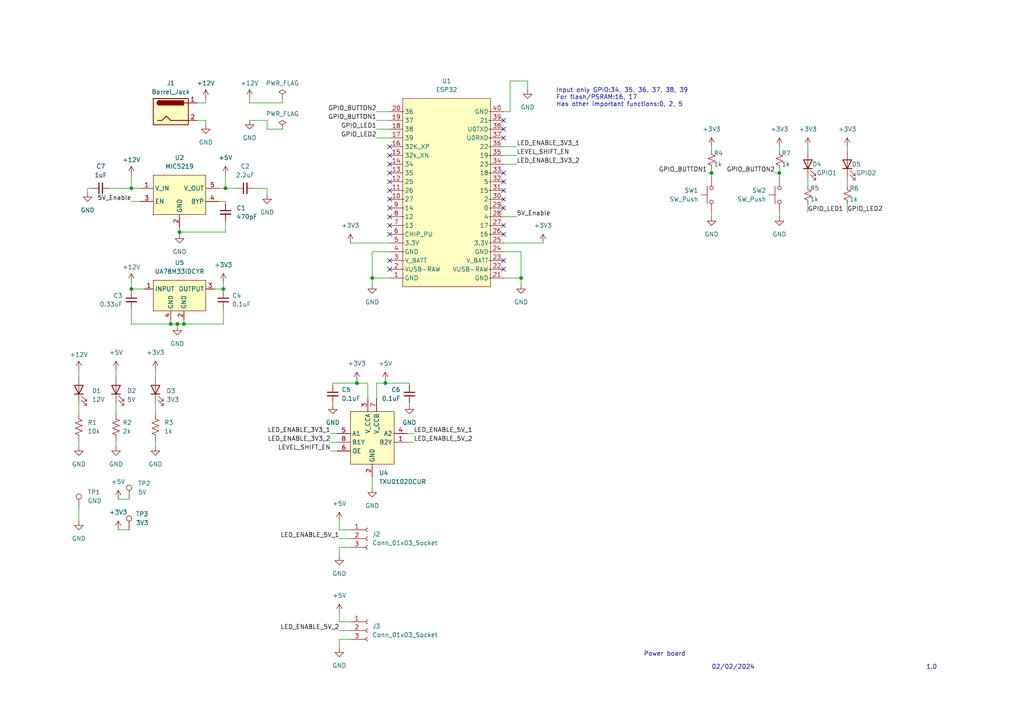
<source format=kicad_sch>
(kicad_sch (version 20230121) (generator eeschema)

  (uuid 7e56d9a3-86ce-4389-8c28-4efd971fec69)

  (paper "A4")

  (lib_symbols
    (symbol "Connector:Barrel_Jack" (pin_names (offset 1.016)) (in_bom yes) (on_board yes)
      (property "Reference" "J" (at 0 5.334 0)
        (effects (font (size 1.27 1.27)))
      )
      (property "Value" "Barrel_Jack" (at 0 -5.08 0)
        (effects (font (size 1.27 1.27)))
      )
      (property "Footprint" "" (at 1.27 -1.016 0)
        (effects (font (size 1.27 1.27)) hide)
      )
      (property "Datasheet" "~" (at 1.27 -1.016 0)
        (effects (font (size 1.27 1.27)) hide)
      )
      (property "ki_keywords" "DC power barrel jack connector" (at 0 0 0)
        (effects (font (size 1.27 1.27)) hide)
      )
      (property "ki_description" "DC Barrel Jack" (at 0 0 0)
        (effects (font (size 1.27 1.27)) hide)
      )
      (property "ki_fp_filters" "BarrelJack*" (at 0 0 0)
        (effects (font (size 1.27 1.27)) hide)
      )
      (symbol "Barrel_Jack_0_1"
        (rectangle (start -5.08 3.81) (end 5.08 -3.81)
          (stroke (width 0.254) (type default))
          (fill (type background))
        )
        (arc (start -3.302 3.175) (mid -3.9343 2.54) (end -3.302 1.905)
          (stroke (width 0.254) (type default))
          (fill (type none))
        )
        (arc (start -3.302 3.175) (mid -3.9343 2.54) (end -3.302 1.905)
          (stroke (width 0.254) (type default))
          (fill (type outline))
        )
        (polyline
          (pts
            (xy 5.08 2.54)
            (xy 3.81 2.54)
          )
          (stroke (width 0.254) (type default))
          (fill (type none))
        )
        (polyline
          (pts
            (xy -3.81 -2.54)
            (xy -2.54 -2.54)
            (xy -1.27 -1.27)
            (xy 0 -2.54)
            (xy 2.54 -2.54)
            (xy 5.08 -2.54)
          )
          (stroke (width 0.254) (type default))
          (fill (type none))
        )
        (rectangle (start 3.683 3.175) (end -3.302 1.905)
          (stroke (width 0.254) (type default))
          (fill (type outline))
        )
      )
      (symbol "Barrel_Jack_1_1"
        (pin passive line (at 7.62 2.54 180) (length 2.54)
          (name "~" (effects (font (size 1.27 1.27))))
          (number "1" (effects (font (size 1.27 1.27))))
        )
        (pin passive line (at 7.62 -2.54 180) (length 2.54)
          (name "~" (effects (font (size 1.27 1.27))))
          (number "2" (effects (font (size 1.27 1.27))))
        )
      )
    )
    (symbol "Connector:Conn_01x03_Socket" (pin_names (offset 1.016) hide) (in_bom yes) (on_board yes)
      (property "Reference" "J" (at 0 5.08 0)
        (effects (font (size 1.27 1.27)))
      )
      (property "Value" "Conn_01x03_Socket" (at 0 -5.08 0)
        (effects (font (size 1.27 1.27)))
      )
      (property "Footprint" "" (at 0 0 0)
        (effects (font (size 1.27 1.27)) hide)
      )
      (property "Datasheet" "~" (at 0 0 0)
        (effects (font (size 1.27 1.27)) hide)
      )
      (property "ki_locked" "" (at 0 0 0)
        (effects (font (size 1.27 1.27)))
      )
      (property "ki_keywords" "connector" (at 0 0 0)
        (effects (font (size 1.27 1.27)) hide)
      )
      (property "ki_description" "Generic connector, single row, 01x03, script generated" (at 0 0 0)
        (effects (font (size 1.27 1.27)) hide)
      )
      (property "ki_fp_filters" "Connector*:*_1x??_*" (at 0 0 0)
        (effects (font (size 1.27 1.27)) hide)
      )
      (symbol "Conn_01x03_Socket_1_1"
        (arc (start 0 -2.032) (mid -0.5058 -2.54) (end 0 -3.048)
          (stroke (width 0.1524) (type default))
          (fill (type none))
        )
        (polyline
          (pts
            (xy -1.27 -2.54)
            (xy -0.508 -2.54)
          )
          (stroke (width 0.1524) (type default))
          (fill (type none))
        )
        (polyline
          (pts
            (xy -1.27 0)
            (xy -0.508 0)
          )
          (stroke (width 0.1524) (type default))
          (fill (type none))
        )
        (polyline
          (pts
            (xy -1.27 2.54)
            (xy -0.508 2.54)
          )
          (stroke (width 0.1524) (type default))
          (fill (type none))
        )
        (arc (start 0 0.508) (mid -0.5058 0) (end 0 -0.508)
          (stroke (width 0.1524) (type default))
          (fill (type none))
        )
        (arc (start 0 3.048) (mid -0.5058 2.54) (end 0 2.032)
          (stroke (width 0.1524) (type default))
          (fill (type none))
        )
        (pin passive line (at -5.08 2.54 0) (length 3.81)
          (name "Pin_1" (effects (font (size 1.27 1.27))))
          (number "1" (effects (font (size 1.27 1.27))))
        )
        (pin passive line (at -5.08 0 0) (length 3.81)
          (name "Pin_2" (effects (font (size 1.27 1.27))))
          (number "2" (effects (font (size 1.27 1.27))))
        )
        (pin passive line (at -5.08 -2.54 0) (length 3.81)
          (name "Pin_3" (effects (font (size 1.27 1.27))))
          (number "3" (effects (font (size 1.27 1.27))))
        )
      )
    )
    (symbol "Connector:TestPoint" (pin_numbers hide) (pin_names (offset 0.762) hide) (in_bom yes) (on_board yes)
      (property "Reference" "TP" (at 0 6.858 0)
        (effects (font (size 1.27 1.27)))
      )
      (property "Value" "TestPoint" (at 0 5.08 0)
        (effects (font (size 1.27 1.27)))
      )
      (property "Footprint" "" (at 5.08 0 0)
        (effects (font (size 1.27 1.27)) hide)
      )
      (property "Datasheet" "~" (at 5.08 0 0)
        (effects (font (size 1.27 1.27)) hide)
      )
      (property "ki_keywords" "test point tp" (at 0 0 0)
        (effects (font (size 1.27 1.27)) hide)
      )
      (property "ki_description" "test point" (at 0 0 0)
        (effects (font (size 1.27 1.27)) hide)
      )
      (property "ki_fp_filters" "Pin* Test*" (at 0 0 0)
        (effects (font (size 1.27 1.27)) hide)
      )
      (symbol "TestPoint_0_1"
        (circle (center 0 3.302) (radius 0.762)
          (stroke (width 0) (type default))
          (fill (type none))
        )
      )
      (symbol "TestPoint_1_1"
        (pin passive line (at 0 0 90) (length 2.54)
          (name "1" (effects (font (size 1.27 1.27))))
          (number "1" (effects (font (size 1.27 1.27))))
        )
      )
    )
    (symbol "Device:C_Small" (pin_numbers hide) (pin_names (offset 0.254) hide) (in_bom yes) (on_board yes)
      (property "Reference" "C" (at 0.254 1.778 0)
        (effects (font (size 1.27 1.27)) (justify left))
      )
      (property "Value" "C_Small" (at 0.254 -2.032 0)
        (effects (font (size 1.27 1.27)) (justify left))
      )
      (property "Footprint" "" (at 0 0 0)
        (effects (font (size 1.27 1.27)) hide)
      )
      (property "Datasheet" "~" (at 0 0 0)
        (effects (font (size 1.27 1.27)) hide)
      )
      (property "ki_keywords" "capacitor cap" (at 0 0 0)
        (effects (font (size 1.27 1.27)) hide)
      )
      (property "ki_description" "Unpolarized capacitor, small symbol" (at 0 0 0)
        (effects (font (size 1.27 1.27)) hide)
      )
      (property "ki_fp_filters" "C_*" (at 0 0 0)
        (effects (font (size 1.27 1.27)) hide)
      )
      (symbol "C_Small_0_1"
        (polyline
          (pts
            (xy -1.524 -0.508)
            (xy 1.524 -0.508)
          )
          (stroke (width 0.3302) (type default))
          (fill (type none))
        )
        (polyline
          (pts
            (xy -1.524 0.508)
            (xy 1.524 0.508)
          )
          (stroke (width 0.3048) (type default))
          (fill (type none))
        )
      )
      (symbol "C_Small_1_1"
        (pin passive line (at 0 2.54 270) (length 2.032)
          (name "~" (effects (font (size 1.27 1.27))))
          (number "1" (effects (font (size 1.27 1.27))))
        )
        (pin passive line (at 0 -2.54 90) (length 2.032)
          (name "~" (effects (font (size 1.27 1.27))))
          (number "2" (effects (font (size 1.27 1.27))))
        )
      )
    )
    (symbol "Device:LED" (pin_numbers hide) (pin_names (offset 1.016) hide) (in_bom yes) (on_board yes)
      (property "Reference" "D" (at 0 2.54 0)
        (effects (font (size 1.27 1.27)))
      )
      (property "Value" "LED" (at 0 -2.54 0)
        (effects (font (size 1.27 1.27)))
      )
      (property "Footprint" "" (at 0 0 0)
        (effects (font (size 1.27 1.27)) hide)
      )
      (property "Datasheet" "~" (at 0 0 0)
        (effects (font (size 1.27 1.27)) hide)
      )
      (property "ki_keywords" "LED diode" (at 0 0 0)
        (effects (font (size 1.27 1.27)) hide)
      )
      (property "ki_description" "Light emitting diode" (at 0 0 0)
        (effects (font (size 1.27 1.27)) hide)
      )
      (property "ki_fp_filters" "LED* LED_SMD:* LED_THT:*" (at 0 0 0)
        (effects (font (size 1.27 1.27)) hide)
      )
      (symbol "LED_0_1"
        (polyline
          (pts
            (xy -1.27 -1.27)
            (xy -1.27 1.27)
          )
          (stroke (width 0.254) (type default))
          (fill (type none))
        )
        (polyline
          (pts
            (xy -1.27 0)
            (xy 1.27 0)
          )
          (stroke (width 0) (type default))
          (fill (type none))
        )
        (polyline
          (pts
            (xy 1.27 -1.27)
            (xy 1.27 1.27)
            (xy -1.27 0)
            (xy 1.27 -1.27)
          )
          (stroke (width 0.254) (type default))
          (fill (type none))
        )
        (polyline
          (pts
            (xy -3.048 -0.762)
            (xy -4.572 -2.286)
            (xy -3.81 -2.286)
            (xy -4.572 -2.286)
            (xy -4.572 -1.524)
          )
          (stroke (width 0) (type default))
          (fill (type none))
        )
        (polyline
          (pts
            (xy -1.778 -0.762)
            (xy -3.302 -2.286)
            (xy -2.54 -2.286)
            (xy -3.302 -2.286)
            (xy -3.302 -1.524)
          )
          (stroke (width 0) (type default))
          (fill (type none))
        )
      )
      (symbol "LED_1_1"
        (pin passive line (at -3.81 0 0) (length 2.54)
          (name "K" (effects (font (size 1.27 1.27))))
          (number "1" (effects (font (size 1.27 1.27))))
        )
        (pin passive line (at 3.81 0 180) (length 2.54)
          (name "A" (effects (font (size 1.27 1.27))))
          (number "2" (effects (font (size 1.27 1.27))))
        )
      )
    )
    (symbol "Device:R_Small_US" (pin_numbers hide) (pin_names (offset 0.254) hide) (in_bom yes) (on_board yes)
      (property "Reference" "R" (at 0.762 0.508 0)
        (effects (font (size 1.27 1.27)) (justify left))
      )
      (property "Value" "R_Small_US" (at 0.762 -1.016 0)
        (effects (font (size 1.27 1.27)) (justify left))
      )
      (property "Footprint" "" (at 0 0 0)
        (effects (font (size 1.27 1.27)) hide)
      )
      (property "Datasheet" "~" (at 0 0 0)
        (effects (font (size 1.27 1.27)) hide)
      )
      (property "ki_keywords" "r resistor" (at 0 0 0)
        (effects (font (size 1.27 1.27)) hide)
      )
      (property "ki_description" "Resistor, small US symbol" (at 0 0 0)
        (effects (font (size 1.27 1.27)) hide)
      )
      (property "ki_fp_filters" "R_*" (at 0 0 0)
        (effects (font (size 1.27 1.27)) hide)
      )
      (symbol "R_Small_US_1_1"
        (polyline
          (pts
            (xy 0 0)
            (xy 1.016 -0.381)
            (xy 0 -0.762)
            (xy -1.016 -1.143)
            (xy 0 -1.524)
          )
          (stroke (width 0) (type default))
          (fill (type none))
        )
        (polyline
          (pts
            (xy 0 1.524)
            (xy 1.016 1.143)
            (xy 0 0.762)
            (xy -1.016 0.381)
            (xy 0 0)
          )
          (stroke (width 0) (type default))
          (fill (type none))
        )
        (pin passive line (at 0 2.54 270) (length 1.016)
          (name "~" (effects (font (size 1.27 1.27))))
          (number "1" (effects (font (size 1.27 1.27))))
        )
        (pin passive line (at 0 -2.54 90) (length 1.016)
          (name "~" (effects (font (size 1.27 1.27))))
          (number "2" (effects (font (size 1.27 1.27))))
        )
      )
    )
    (symbol "Device:R_US" (pin_numbers hide) (pin_names (offset 0)) (in_bom yes) (on_board yes)
      (property "Reference" "R" (at 2.54 0 90)
        (effects (font (size 1.27 1.27)))
      )
      (property "Value" "R_US" (at -2.54 0 90)
        (effects (font (size 1.27 1.27)))
      )
      (property "Footprint" "" (at 1.016 -0.254 90)
        (effects (font (size 1.27 1.27)) hide)
      )
      (property "Datasheet" "~" (at 0 0 0)
        (effects (font (size 1.27 1.27)) hide)
      )
      (property "ki_keywords" "R res resistor" (at 0 0 0)
        (effects (font (size 1.27 1.27)) hide)
      )
      (property "ki_description" "Resistor, US symbol" (at 0 0 0)
        (effects (font (size 1.27 1.27)) hide)
      )
      (property "ki_fp_filters" "R_*" (at 0 0 0)
        (effects (font (size 1.27 1.27)) hide)
      )
      (symbol "R_US_0_1"
        (polyline
          (pts
            (xy 0 -2.286)
            (xy 0 -2.54)
          )
          (stroke (width 0) (type default))
          (fill (type none))
        )
        (polyline
          (pts
            (xy 0 2.286)
            (xy 0 2.54)
          )
          (stroke (width 0) (type default))
          (fill (type none))
        )
        (polyline
          (pts
            (xy 0 -0.762)
            (xy 1.016 -1.143)
            (xy 0 -1.524)
            (xy -1.016 -1.905)
            (xy 0 -2.286)
          )
          (stroke (width 0) (type default))
          (fill (type none))
        )
        (polyline
          (pts
            (xy 0 0.762)
            (xy 1.016 0.381)
            (xy 0 0)
            (xy -1.016 -0.381)
            (xy 0 -0.762)
          )
          (stroke (width 0) (type default))
          (fill (type none))
        )
        (polyline
          (pts
            (xy 0 2.286)
            (xy 1.016 1.905)
            (xy 0 1.524)
            (xy -1.016 1.143)
            (xy 0 0.762)
          )
          (stroke (width 0) (type default))
          (fill (type none))
        )
      )
      (symbol "R_US_1_1"
        (pin passive line (at 0 3.81 270) (length 1.27)
          (name "~" (effects (font (size 1.27 1.27))))
          (number "1" (effects (font (size 1.27 1.27))))
        )
        (pin passive line (at 0 -3.81 90) (length 1.27)
          (name "~" (effects (font (size 1.27 1.27))))
          (number "2" (effects (font (size 1.27 1.27))))
        )
      )
    )
    (symbol "Switch:SW_Push" (pin_numbers hide) (pin_names (offset 1.016) hide) (in_bom yes) (on_board yes)
      (property "Reference" "SW" (at 1.27 2.54 0)
        (effects (font (size 1.27 1.27)) (justify left))
      )
      (property "Value" "SW_Push" (at 0 -1.524 0)
        (effects (font (size 1.27 1.27)))
      )
      (property "Footprint" "" (at 0 5.08 0)
        (effects (font (size 1.27 1.27)) hide)
      )
      (property "Datasheet" "~" (at 0 5.08 0)
        (effects (font (size 1.27 1.27)) hide)
      )
      (property "ki_keywords" "switch normally-open pushbutton push-button" (at 0 0 0)
        (effects (font (size 1.27 1.27)) hide)
      )
      (property "ki_description" "Push button switch, generic, two pins" (at 0 0 0)
        (effects (font (size 1.27 1.27)) hide)
      )
      (symbol "SW_Push_0_1"
        (circle (center -2.032 0) (radius 0.508)
          (stroke (width 0) (type default))
          (fill (type none))
        )
        (polyline
          (pts
            (xy 0 1.27)
            (xy 0 3.048)
          )
          (stroke (width 0) (type default))
          (fill (type none))
        )
        (polyline
          (pts
            (xy 2.54 1.27)
            (xy -2.54 1.27)
          )
          (stroke (width 0) (type default))
          (fill (type none))
        )
        (circle (center 2.032 0) (radius 0.508)
          (stroke (width 0) (type default))
          (fill (type none))
        )
        (pin passive line (at -5.08 0 0) (length 2.54)
          (name "1" (effects (font (size 1.27 1.27))))
          (number "1" (effects (font (size 1.27 1.27))))
        )
        (pin passive line (at 5.08 0 180) (length 2.54)
          (name "2" (effects (font (size 1.27 1.27))))
          (number "2" (effects (font (size 1.27 1.27))))
        )
      )
    )
    (symbol "customLibrary:ESP32" (in_bom yes) (on_board yes)
      (property "Reference" "U" (at -6.35 -1.27 0)
        (effects (font (size 1.27 1.27)))
      )
      (property "Value" "ESP32" (at -5.08 1.27 0)
        (effects (font (size 1.27 1.27)))
      )
      (property "Footprint" "custom_footprints:ESP32_Thing" (at -2.54 0 0)
        (effects (font (size 1.27 1.27)) hide)
      )
      (property "Datasheet" "https://www.sparkfun.com/products/13907" (at -2.54 5.08 0)
        (effects (font (size 1.27 1.27)) hide)
      )
      (symbol "ESP32_1_1"
        (rectangle (start -12.7 0) (end 12.7 -54.61)
          (stroke (width 0) (type default))
          (fill (type background))
        )
        (polyline
          (pts
            (xy -12.7 -52.07)
            (xy -12.2936 -52.07)
          )
          (stroke (width 0.1524) (type default))
          (fill (type none))
        )
        (polyline
          (pts
            (xy -12.7 -49.53)
            (xy -12.2936 -49.53)
          )
          (stroke (width 0.1524) (type default))
          (fill (type none))
        )
        (polyline
          (pts
            (xy -12.7 -46.99)
            (xy -12.2936 -46.99)
          )
          (stroke (width 0.1524) (type default))
          (fill (type none))
        )
        (polyline
          (pts
            (xy -12.7 -44.45)
            (xy -12.2936 -44.45)
          )
          (stroke (width 0.1524) (type default))
          (fill (type none))
        )
        (polyline
          (pts
            (xy -12.7 -41.91)
            (xy -12.2936 -41.91)
          )
          (stroke (width 0.1524) (type default))
          (fill (type none))
        )
        (polyline
          (pts
            (xy -12.7 -39.37)
            (xy -12.2936 -39.37)
          )
          (stroke (width 0.1524) (type default))
          (fill (type none))
        )
        (polyline
          (pts
            (xy -12.7 -36.83)
            (xy -12.2936 -36.83)
          )
          (stroke (width 0.1524) (type default))
          (fill (type none))
        )
        (polyline
          (pts
            (xy -12.7 -34.29)
            (xy -12.2936 -34.29)
          )
          (stroke (width 0.1524) (type default))
          (fill (type none))
        )
        (polyline
          (pts
            (xy -12.7 -31.75)
            (xy -12.2936 -31.75)
          )
          (stroke (width 0.1524) (type default))
          (fill (type none))
        )
        (polyline
          (pts
            (xy -12.7 -29.21)
            (xy -12.2936 -29.21)
          )
          (stroke (width 0.1524) (type default))
          (fill (type none))
        )
        (polyline
          (pts
            (xy -12.7 -26.67)
            (xy -12.2936 -26.67)
          )
          (stroke (width 0.1524) (type default))
          (fill (type none))
        )
        (polyline
          (pts
            (xy -12.7 -3.81)
            (xy -12.2936 -3.81)
          )
          (stroke (width 0.1524) (type default))
          (fill (type none))
        )
        (polyline
          (pts
            (xy 12.7 -52.07)
            (xy 12.2936 -52.07)
          )
          (stroke (width 0.1524) (type default))
          (fill (type none))
        )
        (polyline
          (pts
            (xy 12.7 -49.53)
            (xy 12.2936 -49.53)
          )
          (stroke (width 0.1524) (type default))
          (fill (type none))
        )
        (polyline
          (pts
            (xy 12.7 -46.99)
            (xy 12.2936 -46.99)
          )
          (stroke (width 0.1524) (type default))
          (fill (type none))
        )
        (polyline
          (pts
            (xy 12.7 -44.45)
            (xy 12.2936 -44.45)
          )
          (stroke (width 0.1524) (type default))
          (fill (type none))
        )
        (polyline
          (pts
            (xy 12.7 -41.91)
            (xy 12.2936 -41.91)
          )
          (stroke (width 0.1524) (type default))
          (fill (type none))
        )
        (polyline
          (pts
            (xy 12.7 -39.37)
            (xy 12.2936 -39.37)
          )
          (stroke (width 0.1524) (type default))
          (fill (type none))
        )
        (polyline
          (pts
            (xy 12.7 -36.83)
            (xy 12.2936 -36.83)
          )
          (stroke (width 0.1524) (type default))
          (fill (type none))
        )
        (polyline
          (pts
            (xy 12.7 -34.29)
            (xy 12.2936 -34.29)
          )
          (stroke (width 0.1524) (type default))
          (fill (type none))
        )
        (polyline
          (pts
            (xy 12.7 -31.75)
            (xy 12.2936 -31.75)
          )
          (stroke (width 0.1524) (type default))
          (fill (type none))
        )
        (polyline
          (pts
            (xy 12.7 -29.21)
            (xy 12.2936 -29.21)
          )
          (stroke (width 0.1524) (type default))
          (fill (type none))
        )
        (polyline
          (pts
            (xy 12.7 -26.67)
            (xy 12.2936 -26.67)
          )
          (stroke (width 0.1524) (type default))
          (fill (type none))
        )
        (polyline
          (pts
            (xy 12.7 -24.13)
            (xy 12.2936 -24.13)
          )
          (stroke (width 0.1524) (type default))
          (fill (type none))
        )
        (polyline
          (pts
            (xy 12.7 -24.13)
            (xy 12.2936 -24.13)
          )
          (stroke (width 0.1524) (type default))
          (fill (type none))
        )
        (polyline
          (pts
            (xy 12.7 -21.59)
            (xy 12.2936 -21.59)
          )
          (stroke (width 0.1524) (type default))
          (fill (type none))
        )
        (polyline
          (pts
            (xy 12.7 -21.59)
            (xy 12.2936 -21.59)
          )
          (stroke (width 0.1524) (type default))
          (fill (type none))
        )
        (polyline
          (pts
            (xy 12.7 -19.05)
            (xy 12.2936 -19.05)
          )
          (stroke (width 0.1524) (type default))
          (fill (type none))
        )
        (polyline
          (pts
            (xy 12.7 -19.05)
            (xy 12.2936 -19.05)
          )
          (stroke (width 0.1524) (type default))
          (fill (type none))
        )
        (polyline
          (pts
            (xy 12.7 -16.51)
            (xy 12.2936 -16.51)
          )
          (stroke (width 0.1524) (type default))
          (fill (type none))
        )
        (polyline
          (pts
            (xy 12.7 -16.51)
            (xy 12.2936 -16.51)
          )
          (stroke (width 0.1524) (type default))
          (fill (type none))
        )
        (polyline
          (pts
            (xy 12.7 -13.97)
            (xy 12.2936 -13.97)
          )
          (stroke (width 0.1524) (type default))
          (fill (type none))
        )
        (polyline
          (pts
            (xy 12.7 -13.97)
            (xy 12.2936 -13.97)
          )
          (stroke (width 0.1524) (type default))
          (fill (type none))
        )
        (polyline
          (pts
            (xy 12.7 -11.43)
            (xy 12.2936 -11.43)
          )
          (stroke (width 0.1524) (type default))
          (fill (type none))
        )
        (polyline
          (pts
            (xy 12.7 -11.43)
            (xy 12.2936 -11.43)
          )
          (stroke (width 0.1524) (type default))
          (fill (type none))
        )
        (polyline
          (pts
            (xy 12.7 -8.89)
            (xy 12.2936 -8.89)
          )
          (stroke (width 0.1524) (type default))
          (fill (type none))
        )
        (polyline
          (pts
            (xy 12.7 -8.89)
            (xy 12.2936 -8.89)
          )
          (stroke (width 0.1524) (type default))
          (fill (type none))
        )
        (polyline
          (pts
            (xy 12.7 -6.35)
            (xy 12.2936 -6.35)
          )
          (stroke (width 0.1524) (type default))
          (fill (type none))
        )
        (polyline
          (pts
            (xy 12.7 -6.35)
            (xy 12.2936 -6.35)
          )
          (stroke (width 0.1524) (type default))
          (fill (type none))
        )
        (polyline
          (pts
            (xy 12.7 -3.81)
            (xy 12.2936 -3.81)
          )
          (stroke (width 0.1524) (type default))
          (fill (type none))
        )
        (pin passive line (at -16.51 -52.07 0) (length 3.81)
          (name "GND" (effects (font (size 1.27 1.27))))
          (number "1" (effects (font (size 1.27 1.27))))
        )
        (pin passive line (at -16.51 -29.21 0) (length 3.81)
          (name "27" (effects (font (size 1.27 1.27))))
          (number "10" (effects (font (size 1.27 1.27))))
        )
        (pin passive line (at -16.51 -26.67 0) (length 3.81)
          (name "26" (effects (font (size 1.27 1.27))))
          (number "11" (effects (font (size 1.27 1.27))))
        )
        (pin passive line (at -16.51 -24.13 0) (length 3.81)
          (name "25" (effects (font (size 1.27 1.27))))
          (number "12" (effects (font (size 1.27 1.27))))
        )
        (pin passive line (at -16.51 -21.59 0) (length 3.81)
          (name "35" (effects (font (size 1.27 1.27))))
          (number "13" (effects (font (size 1.27 1.27))))
        )
        (pin passive line (at -16.51 -19.05 0) (length 3.81)
          (name "34" (effects (font (size 1.27 1.27))))
          (number "14" (effects (font (size 1.27 1.27))))
        )
        (pin passive line (at -16.51 -16.51 0) (length 3.81)
          (name "32k_XN" (effects (font (size 1.27 1.27))))
          (number "15" (effects (font (size 1.27 1.27))))
        )
        (pin passive line (at -16.51 -13.97 0) (length 3.81)
          (name "32K_XP" (effects (font (size 1.27 1.27))))
          (number "16" (effects (font (size 1.27 1.27))))
        )
        (pin passive line (at -16.51 -11.43 0) (length 3.81)
          (name "39" (effects (font (size 1.27 1.27))))
          (number "17" (effects (font (size 1.27 1.27))))
        )
        (pin passive line (at -16.51 -8.89 0) (length 3.81)
          (name "38" (effects (font (size 1.27 1.27))))
          (number "18" (effects (font (size 1.27 1.27))))
        )
        (pin passive line (at -16.51 -6.35 0) (length 3.81)
          (name "37" (effects (font (size 1.27 1.27))))
          (number "19" (effects (font (size 1.27 1.27))))
        )
        (pin passive line (at -16.51 -49.53 0) (length 3.81)
          (name "VUSB-RAW" (effects (font (size 1.27 1.27))))
          (number "2" (effects (font (size 1.27 1.27))))
        )
        (pin passive line (at -16.51 -3.81 0) (length 3.81)
          (name "36" (effects (font (size 1.27 1.27))))
          (number "20" (effects (font (size 1.27 1.27))))
        )
        (pin passive line (at 16.51 -52.07 180) (length 3.81)
          (name "GND" (effects (font (size 1.27 1.27))))
          (number "21" (effects (font (size 1.27 1.27))))
        )
        (pin passive line (at 16.51 -49.53 180) (length 3.81)
          (name "VUSB-RAW" (effects (font (size 1.27 1.27))))
          (number "22" (effects (font (size 1.27 1.27))))
        )
        (pin passive line (at 16.51 -46.99 180) (length 3.81)
          (name "V_BATT" (effects (font (size 1.27 1.27))))
          (number "23" (effects (font (size 1.27 1.27))))
        )
        (pin passive line (at 16.51 -44.45 180) (length 3.81)
          (name "GND" (effects (font (size 1.27 1.27))))
          (number "24" (effects (font (size 1.27 1.27))))
        )
        (pin passive line (at 16.51 -41.91 180) (length 3.81)
          (name "3.3V" (effects (font (size 1.27 1.27))))
          (number "25" (effects (font (size 1.27 1.27))))
        )
        (pin passive line (at 16.51 -39.37 180) (length 3.81)
          (name "16" (effects (font (size 1.27 1.27))))
          (number "26" (effects (font (size 1.27 1.27))))
        )
        (pin passive line (at 16.51 -36.83 180) (length 3.81)
          (name "17" (effects (font (size 1.27 1.27))))
          (number "27" (effects (font (size 1.27 1.27))))
        )
        (pin passive line (at 16.51 -34.29 180) (length 3.81)
          (name "4" (effects (font (size 1.27 1.27))))
          (number "28" (effects (font (size 1.27 1.27))))
        )
        (pin passive line (at 16.51 -31.75 180) (length 3.81)
          (name "0" (effects (font (size 1.27 1.27))))
          (number "29" (effects (font (size 1.27 1.27))))
        )
        (pin passive line (at -16.51 -46.99 0) (length 3.81)
          (name "V_BATT" (effects (font (size 1.27 1.27))))
          (number "3" (effects (font (size 1.27 1.27))))
        )
        (pin passive line (at 16.51 -29.21 180) (length 3.81)
          (name "2" (effects (font (size 1.27 1.27))))
          (number "30" (effects (font (size 1.27 1.27))))
        )
        (pin passive line (at 16.51 -26.67 180) (length 3.81)
          (name "15" (effects (font (size 1.27 1.27))))
          (number "31" (effects (font (size 1.27 1.27))))
        )
        (pin passive line (at 16.51 -24.13 180) (length 3.81)
          (name "5" (effects (font (size 1.27 1.27))))
          (number "32" (effects (font (size 1.27 1.27))))
        )
        (pin passive line (at 16.51 -21.59 180) (length 3.81)
          (name "18" (effects (font (size 1.27 1.27))))
          (number "33" (effects (font (size 1.27 1.27))))
        )
        (pin passive line (at 16.51 -19.05 180) (length 3.81)
          (name "23" (effects (font (size 1.27 1.27))))
          (number "34" (effects (font (size 1.27 1.27))))
        )
        (pin passive line (at 16.51 -16.51 180) (length 3.81)
          (name "19" (effects (font (size 1.27 1.27))))
          (number "35" (effects (font (size 1.27 1.27))))
        )
        (pin passive line (at 16.51 -13.97 180) (length 3.81)
          (name "22" (effects (font (size 1.27 1.27))))
          (number "36" (effects (font (size 1.27 1.27))))
        )
        (pin passive line (at 16.51 -11.43 180) (length 3.81)
          (name "U0RXD" (effects (font (size 1.27 1.27))))
          (number "37" (effects (font (size 1.27 1.27))))
        )
        (pin passive line (at 16.51 -8.89 180) (length 3.81)
          (name "U0TXD" (effects (font (size 1.27 1.27))))
          (number "38" (effects (font (size 1.27 1.27))))
        )
        (pin passive line (at 16.51 -6.35 180) (length 3.81)
          (name "21" (effects (font (size 1.27 1.27))))
          (number "39" (effects (font (size 1.27 1.27))))
        )
        (pin passive line (at -16.51 -44.45 0) (length 3.81)
          (name "GND" (effects (font (size 1.27 1.27))))
          (number "4" (effects (font (size 1.27 1.27))))
        )
        (pin passive line (at 16.51 -3.81 180) (length 3.81)
          (name "GND" (effects (font (size 1.27 1.27))))
          (number "40" (effects (font (size 1.27 1.27))))
        )
        (pin passive line (at -16.51 -41.91 0) (length 3.81)
          (name "3.3V" (effects (font (size 1.27 1.27))))
          (number "5" (effects (font (size 1.27 1.27))))
        )
        (pin passive line (at -16.51 -39.37 0) (length 3.81)
          (name "CHIP_PU" (effects (font (size 1.27 1.27))))
          (number "6" (effects (font (size 1.27 1.27))))
        )
        (pin passive line (at -16.51 -36.83 0) (length 3.81)
          (name "13" (effects (font (size 1.27 1.27))))
          (number "7" (effects (font (size 1.27 1.27))))
        )
        (pin passive line (at -16.51 -34.29 0) (length 3.81)
          (name "12" (effects (font (size 1.27 1.27))))
          (number "8" (effects (font (size 1.27 1.27))))
        )
        (pin passive line (at -16.51 -31.75 0) (length 3.81)
          (name "14" (effects (font (size 1.27 1.27))))
          (number "9" (effects (font (size 1.27 1.27))))
        )
      )
    )
    (symbol "customLibrary:MIC5219" (in_bom yes) (on_board yes)
      (property "Reference" "U" (at -1.27 1.27 0)
        (effects (font (size 1.27 1.27)))
      )
      (property "Value" "MIC5219" (at -2.54 3.81 0)
        (effects (font (size 1.27 1.27)))
      )
      (property "Footprint" "Package_TO_SOT_SMD:SOT-23-5" (at 0 2.54 0)
        (effects (font (size 1.27 1.27)) hide)
      )
      (property "Datasheet" "https://ww1.microchip.com/downloads/en/DeviceDoc/MIC5219-500mA-Peak-Output-LDO-Regulator-DS20006021A.pdf" (at -1.27 2.54 0)
        (effects (font (size 1.27 1.27)) hide)
      )
      (symbol "MIC5219_1_1"
        (rectangle (start 0 0) (end 15.24 -11.43)
          (stroke (width 0) (type default))
          (fill (type background))
        )
        (pin power_in line (at -3.81 -3.81 0) (length 3.81)
          (name "V_IN" (effects (font (size 1.27 1.27))))
          (number "1" (effects (font (size 1.27 1.27))))
        )
        (pin passive line (at 7.62 -15.24 90) (length 3.81)
          (name "GND" (effects (font (size 1.27 1.27))))
          (number "2" (effects (font (size 1.27 1.27))))
        )
        (pin passive line (at -3.81 -7.62 0) (length 3.81)
          (name "EN" (effects (font (size 1.27 1.27))))
          (number "3" (effects (font (size 1.27 1.27))))
        )
        (pin passive line (at 19.05 -7.62 180) (length 3.81)
          (name "BYP" (effects (font (size 1.27 1.27))))
          (number "4" (effects (font (size 1.27 1.27))))
        )
        (pin power_out line (at 19.05 -3.81 180) (length 3.81)
          (name "V_OUT" (effects (font (size 1.27 1.27))))
          (number "5" (effects (font (size 1.27 1.27))))
        )
      )
    )
    (symbol "customLibrary:TXU0102DCUR" (in_bom yes) (on_board yes)
      (property "Reference" "U" (at -1.27 1.27 0)
        (effects (font (size 1.27 1.27)))
      )
      (property "Value" "TXU0102DCUR" (at -1.27 3.81 0)
        (effects (font (size 1.27 1.27)))
      )
      (property "Footprint" "Package_SO:VSSOP-8_2.3x2mm_P0.5mm" (at -1.27 1.27 0)
        (effects (font (size 1.27 1.27)) hide)
      )
      (property "Datasheet" "https://www.ti.com/lit/ds/symlink/txu0102.pdf?ts=1648480776178&ref_url=https%253A%252F%252Fwww.ti.com%252Fstore%252Fti%252Fen%252Fp%252Fproduct%252F%253Fp%253DTXU0102DCUR%2526keyMatch%253DTXU0102DCUR%2526tisearch%253Dsearch-everything%2526usecase%253DOPN" (at -1.27 3.81 0)
        (effects (font (size 1.27 1.27)) hide)
      )
      (symbol "TXU0102DCUR_1_1"
        (rectangle (start 0 -7.62) (end 12.7 -22.86)
          (stroke (width 0) (type default))
          (fill (type background))
        )
        (pin passive line (at 16.51 -16.51 180) (length 3.81)
          (name "B2Y" (effects (font (size 1.27 1.27))))
          (number "1" (effects (font (size 1.27 1.27))))
        )
        (pin passive line (at 6.35 -26.67 90) (length 3.81)
          (name "GND" (effects (font (size 1.27 1.27))))
          (number "2" (effects (font (size 1.27 1.27))))
        )
        (pin passive line (at 5.08 -3.81 270) (length 3.81)
          (name "V_CCA" (effects (font (size 1.27 1.27))))
          (number "3" (effects (font (size 1.27 1.27))))
        )
        (pin passive line (at 16.51 -13.97 180) (length 3.81)
          (name "A2" (effects (font (size 1.27 1.27))))
          (number "4" (effects (font (size 1.27 1.27))))
        )
        (pin passive line (at -3.81 -13.97 0) (length 3.81)
          (name "A1" (effects (font (size 1.27 1.27))))
          (number "5" (effects (font (size 1.27 1.27))))
        )
        (pin passive line (at -3.81 -19.05 0) (length 3.81)
          (name "OE" (effects (font (size 1.27 1.27))))
          (number "6" (effects (font (size 1.27 1.27))))
        )
        (pin passive line (at 7.62 -3.81 270) (length 3.81)
          (name "V_CCB" (effects (font (size 1.27 1.27))))
          (number "7" (effects (font (size 1.27 1.27))))
        )
        (pin passive line (at -3.81 -16.51 0) (length 3.81)
          (name "B1Y" (effects (font (size 1.27 1.27))))
          (number "8" (effects (font (size 1.27 1.27))))
        )
      )
    )
    (symbol "customLibrary:uA78M33" (in_bom yes) (on_board yes)
      (property "Reference" "U" (at -3.81 2.54 0)
        (effects (font (size 1.27 1.27)))
      )
      (property "Value" "UA78M05IDCYR" (at -2.54 3.81 0)
        (effects (font (size 1.27 1.27)))
      )
      (property "Footprint" "Package_TO_SOT_SMD:SOT-223" (at -1.27 3.81 0)
        (effects (font (size 1.27 1.27)) hide)
      )
      (property "Datasheet" "https://www.ti.com/lit/ds/slvs059t/slvs059t.pdf" (at 0 3.81 0)
        (effects (font (size 1.27 1.27)) hide)
      )
      (symbol "uA78M33_1_1"
        (rectangle (start 0 0) (end 15.24 -8.89)
          (stroke (width 0) (type default))
          (fill (type background))
        )
        (pin power_in line (at -2.54 -2.54 0) (length 2.54)
          (name "INPUT" (effects (font (size 1.27 1.27))))
          (number "1" (effects (font (size 1.27 1.27))))
        )
        (pin passive line (at 8.89 -11.43 90) (length 2.54)
          (name "GND" (effects (font (size 1.27 1.27))))
          (number "2" (effects (font (size 1.27 1.27))))
        )
        (pin power_out line (at 17.78 -2.54 180) (length 2.54)
          (name "OUTPUT" (effects (font (size 1.27 1.27))))
          (number "3" (effects (font (size 1.27 1.27))))
        )
        (pin passive line (at 5.08 -11.43 90) (length 2.54)
          (name "GND" (effects (font (size 1.27 1.27))))
          (number "4" (effects (font (size 1.27 1.27))))
        )
      )
    )
    (symbol "power:+12V" (power) (pin_names (offset 0)) (in_bom yes) (on_board yes)
      (property "Reference" "#PWR" (at 0 -3.81 0)
        (effects (font (size 1.27 1.27)) hide)
      )
      (property "Value" "+12V" (at 0 3.556 0)
        (effects (font (size 1.27 1.27)))
      )
      (property "Footprint" "" (at 0 0 0)
        (effects (font (size 1.27 1.27)) hide)
      )
      (property "Datasheet" "" (at 0 0 0)
        (effects (font (size 1.27 1.27)) hide)
      )
      (property "ki_keywords" "global power" (at 0 0 0)
        (effects (font (size 1.27 1.27)) hide)
      )
      (property "ki_description" "Power symbol creates a global label with name \"+12V\"" (at 0 0 0)
        (effects (font (size 1.27 1.27)) hide)
      )
      (symbol "+12V_0_1"
        (polyline
          (pts
            (xy -0.762 1.27)
            (xy 0 2.54)
          )
          (stroke (width 0) (type default))
          (fill (type none))
        )
        (polyline
          (pts
            (xy 0 0)
            (xy 0 2.54)
          )
          (stroke (width 0) (type default))
          (fill (type none))
        )
        (polyline
          (pts
            (xy 0 2.54)
            (xy 0.762 1.27)
          )
          (stroke (width 0) (type default))
          (fill (type none))
        )
      )
      (symbol "+12V_1_1"
        (pin power_in line (at 0 0 90) (length 0) hide
          (name "+12V" (effects (font (size 1.27 1.27))))
          (number "1" (effects (font (size 1.27 1.27))))
        )
      )
    )
    (symbol "power:+3V3" (power) (pin_names (offset 0)) (in_bom yes) (on_board yes)
      (property "Reference" "#PWR" (at 0 -3.81 0)
        (effects (font (size 1.27 1.27)) hide)
      )
      (property "Value" "+3V3" (at 0 3.556 0)
        (effects (font (size 1.27 1.27)))
      )
      (property "Footprint" "" (at 0 0 0)
        (effects (font (size 1.27 1.27)) hide)
      )
      (property "Datasheet" "" (at 0 0 0)
        (effects (font (size 1.27 1.27)) hide)
      )
      (property "ki_keywords" "global power" (at 0 0 0)
        (effects (font (size 1.27 1.27)) hide)
      )
      (property "ki_description" "Power symbol creates a global label with name \"+3V3\"" (at 0 0 0)
        (effects (font (size 1.27 1.27)) hide)
      )
      (symbol "+3V3_0_1"
        (polyline
          (pts
            (xy -0.762 1.27)
            (xy 0 2.54)
          )
          (stroke (width 0) (type default))
          (fill (type none))
        )
        (polyline
          (pts
            (xy 0 0)
            (xy 0 2.54)
          )
          (stroke (width 0) (type default))
          (fill (type none))
        )
        (polyline
          (pts
            (xy 0 2.54)
            (xy 0.762 1.27)
          )
          (stroke (width 0) (type default))
          (fill (type none))
        )
      )
      (symbol "+3V3_1_1"
        (pin power_in line (at 0 0 90) (length 0) hide
          (name "+3V3" (effects (font (size 1.27 1.27))))
          (number "1" (effects (font (size 1.27 1.27))))
        )
      )
    )
    (symbol "power:+5V" (power) (pin_names (offset 0)) (in_bom yes) (on_board yes)
      (property "Reference" "#PWR" (at 0 -3.81 0)
        (effects (font (size 1.27 1.27)) hide)
      )
      (property "Value" "+5V" (at 0 3.556 0)
        (effects (font (size 1.27 1.27)))
      )
      (property "Footprint" "" (at 0 0 0)
        (effects (font (size 1.27 1.27)) hide)
      )
      (property "Datasheet" "" (at 0 0 0)
        (effects (font (size 1.27 1.27)) hide)
      )
      (property "ki_keywords" "global power" (at 0 0 0)
        (effects (font (size 1.27 1.27)) hide)
      )
      (property "ki_description" "Power symbol creates a global label with name \"+5V\"" (at 0 0 0)
        (effects (font (size 1.27 1.27)) hide)
      )
      (symbol "+5V_0_1"
        (polyline
          (pts
            (xy -0.762 1.27)
            (xy 0 2.54)
          )
          (stroke (width 0) (type default))
          (fill (type none))
        )
        (polyline
          (pts
            (xy 0 0)
            (xy 0 2.54)
          )
          (stroke (width 0) (type default))
          (fill (type none))
        )
        (polyline
          (pts
            (xy 0 2.54)
            (xy 0.762 1.27)
          )
          (stroke (width 0) (type default))
          (fill (type none))
        )
      )
      (symbol "+5V_1_1"
        (pin power_in line (at 0 0 90) (length 0) hide
          (name "+5V" (effects (font (size 1.27 1.27))))
          (number "1" (effects (font (size 1.27 1.27))))
        )
      )
    )
    (symbol "power:GND" (power) (pin_names (offset 0)) (in_bom yes) (on_board yes)
      (property "Reference" "#PWR" (at 0 -6.35 0)
        (effects (font (size 1.27 1.27)) hide)
      )
      (property "Value" "GND" (at 0 -3.81 0)
        (effects (font (size 1.27 1.27)))
      )
      (property "Footprint" "" (at 0 0 0)
        (effects (font (size 1.27 1.27)) hide)
      )
      (property "Datasheet" "" (at 0 0 0)
        (effects (font (size 1.27 1.27)) hide)
      )
      (property "ki_keywords" "global power" (at 0 0 0)
        (effects (font (size 1.27 1.27)) hide)
      )
      (property "ki_description" "Power symbol creates a global label with name \"GND\" , ground" (at 0 0 0)
        (effects (font (size 1.27 1.27)) hide)
      )
      (symbol "GND_0_1"
        (polyline
          (pts
            (xy 0 0)
            (xy 0 -1.27)
            (xy 1.27 -1.27)
            (xy 0 -2.54)
            (xy -1.27 -1.27)
            (xy 0 -1.27)
          )
          (stroke (width 0) (type default))
          (fill (type none))
        )
      )
      (symbol "GND_1_1"
        (pin power_in line (at 0 0 270) (length 0) hide
          (name "GND" (effects (font (size 1.27 1.27))))
          (number "1" (effects (font (size 1.27 1.27))))
        )
      )
    )
    (symbol "power:PWR_FLAG" (power) (pin_numbers hide) (pin_names (offset 0) hide) (in_bom yes) (on_board yes)
      (property "Reference" "#FLG" (at 0 1.905 0)
        (effects (font (size 1.27 1.27)) hide)
      )
      (property "Value" "PWR_FLAG" (at 0 3.81 0)
        (effects (font (size 1.27 1.27)))
      )
      (property "Footprint" "" (at 0 0 0)
        (effects (font (size 1.27 1.27)) hide)
      )
      (property "Datasheet" "~" (at 0 0 0)
        (effects (font (size 1.27 1.27)) hide)
      )
      (property "ki_keywords" "flag power" (at 0 0 0)
        (effects (font (size 1.27 1.27)) hide)
      )
      (property "ki_description" "Special symbol for telling ERC where power comes from" (at 0 0 0)
        (effects (font (size 1.27 1.27)) hide)
      )
      (symbol "PWR_FLAG_0_0"
        (pin power_out line (at 0 0 90) (length 0)
          (name "pwr" (effects (font (size 1.27 1.27))))
          (number "1" (effects (font (size 1.27 1.27))))
        )
      )
      (symbol "PWR_FLAG_0_1"
        (polyline
          (pts
            (xy 0 0)
            (xy 0 1.27)
            (xy -1.016 1.905)
            (xy 0 2.54)
            (xy 1.016 1.905)
            (xy 0 1.27)
          )
          (stroke (width 0) (type default))
          (fill (type none))
        )
      )
    )
  )

  (junction (at 111.76 111.125) (diameter 0) (color 0 0 0 0)
    (uuid 2639a83b-0169-4e00-bd96-0a95baa2ef4b)
  )
  (junction (at 64.77 83.82) (diameter 0) (color 0 0 0 0)
    (uuid 4ad3408e-aafa-4ed5-93da-b9d37b646129)
  )
  (junction (at 103.505 111.125) (diameter 0) (color 0 0 0 0)
    (uuid 5a0babac-c3b8-46c1-b41e-407df1e5e624)
  )
  (junction (at 51.435 93.98) (diameter 0) (color 0 0 0 0)
    (uuid 5f07caa9-73aa-4226-b372-14a5082b4d1e)
  )
  (junction (at 65.405 54.61) (diameter 0) (color 0 0 0 0)
    (uuid 66b617c2-817b-4785-af8c-179ba3ea8e0d)
  )
  (junction (at 52.07 67.31) (diameter 0) (color 0 0 0 0)
    (uuid 69a43eea-be21-470b-9e05-f374c0d5aae3)
  )
  (junction (at 226.06 50.165) (diameter 0) (color 0 0 0 0)
    (uuid 85dd4316-8f7b-4f0a-9325-8556809c9016)
  )
  (junction (at 206.375 50.165) (diameter 0) (color 0 0 0 0)
    (uuid 92ab723a-c4f0-49f7-8a33-5b5a2b16d234)
  )
  (junction (at 49.53 93.98) (diameter 0) (color 0 0 0 0)
    (uuid 9431d611-5d2e-4502-88ed-993232bb1dcb)
  )
  (junction (at 38.1 83.82) (diameter 0) (color 0 0 0 0)
    (uuid bfb98688-0dab-48a8-9e9e-f3f3cc293afa)
  )
  (junction (at 151.13 80.645) (diameter 0) (color 0 0 0 0)
    (uuid c1835513-dba1-4e02-b905-67bc3448e5ee)
  )
  (junction (at 53.34 93.98) (diameter 0) (color 0 0 0 0)
    (uuid dce2193e-1e75-4f49-87a8-296b7c9ba633)
  )
  (junction (at 107.95 80.645) (diameter 0) (color 0 0 0 0)
    (uuid e9223733-c249-4a05-8757-6d733094dde0)
  )
  (junction (at 38.1 54.61) (diameter 0) (color 0 0 0 0)
    (uuid f4595a98-d560-4bbb-8bbe-b83968aab906)
  )

  (no_connect (at 113.03 67.945) (uuid 0c8a62d4-05fa-4de8-a015-b23d561264ac))
  (no_connect (at 146.05 52.705) (uuid 1dd95cec-cae3-4ec4-bc35-3fe8bce7c001))
  (no_connect (at 146.05 78.105) (uuid 20b822cd-8ba9-417b-8cf2-6f2b938bf81b))
  (no_connect (at 146.05 50.165) (uuid 2ed8836f-2b03-4da2-a409-4bcb39d152e8))
  (no_connect (at 146.05 37.465) (uuid 3a6c3964-1d74-4345-b1d8-f2701852a2a4))
  (no_connect (at 146.05 65.405) (uuid 4065c310-6dde-4b22-ba93-e54ece7b2785))
  (no_connect (at 146.05 75.565) (uuid 566955f5-d5e0-4313-b1b2-5dda5d5eca96))
  (no_connect (at 113.03 65.405) (uuid 68acfb90-a503-4ab5-abd2-01e981b3303a))
  (no_connect (at 146.05 60.325) (uuid 69e0b8aa-6bbf-48ba-aa90-fe8acb9d2ba0))
  (no_connect (at 146.05 67.945) (uuid 6cde749c-63ca-4e59-9c0c-54d1a2d7f886))
  (no_connect (at 146.05 55.245) (uuid 7a63e930-85ba-4c52-8f2d-962dcac5a21d))
  (no_connect (at 146.05 34.925) (uuid 7a86633c-5307-4b8e-b2c4-e2ab536eedd7))
  (no_connect (at 113.03 55.245) (uuid 7b94d388-da9b-4b8f-a31b-5ab250699e66))
  (no_connect (at 146.05 57.785) (uuid 7c80f50f-b5c3-469f-8561-5e95972ed506))
  (no_connect (at 113.03 57.785) (uuid 88b09517-e980-409a-b3b2-e860d75b88cd))
  (no_connect (at 113.03 62.865) (uuid 8a0695ff-be2e-4115-bae5-36aa8a0355f4))
  (no_connect (at 113.03 42.545) (uuid a83ae8c1-1acc-473d-b842-7de710ec485f))
  (no_connect (at 146.05 40.005) (uuid c3e974a1-2a69-4c4e-955c-9738ca0f5eab))
  (no_connect (at 113.03 50.165) (uuid d056f2dc-5876-4fcb-bf64-1aeb419bffe7))
  (no_connect (at 113.03 78.105) (uuid e694a990-8485-4f8f-845f-b16acbf00feb))
  (no_connect (at 113.03 60.325) (uuid ec3e0a06-bf13-42f9-98e8-a8d1dc05b0af))
  (no_connect (at 113.03 47.625) (uuid eeebf31d-2958-47ed-878a-c2451b9d428e))
  (no_connect (at 113.03 75.565) (uuid f275a572-7177-48d4-ae9f-3e8a1a137aa9))
  (no_connect (at 113.03 45.085) (uuid f459f51f-faf1-4f66-87d7-09baf0d46255))
  (no_connect (at 113.03 52.705) (uuid fd3ef06d-f38b-4236-ab7b-f725d48b7867))

  (wire (pts (xy 106.68 115.57) (xy 106.68 111.125))
    (stroke (width 0) (type default))
    (uuid 0529fc7b-1510-4068-85bc-ab68ffdbba3a)
  )
  (wire (pts (xy 64.77 93.98) (xy 53.34 93.98))
    (stroke (width 0) (type default))
    (uuid 0537286c-8198-4414-a1d8-e74e8d6db004)
  )
  (wire (pts (xy 107.95 73.025) (xy 107.95 80.645))
    (stroke (width 0) (type default))
    (uuid 0572e3e1-16cb-460b-b8c3-04bfb6f99d1c)
  )
  (wire (pts (xy 151.13 80.645) (xy 151.13 82.55))
    (stroke (width 0) (type default))
    (uuid 0765c16f-bc6a-42b1-9e1c-ac12def4dc74)
  )
  (wire (pts (xy 31.75 54.61) (xy 38.1 54.61))
    (stroke (width 0) (type default))
    (uuid 0807fbc4-97ce-406c-8d9c-67c5125c7410)
  )
  (wire (pts (xy 73.66 54.61) (xy 77.47 54.61))
    (stroke (width 0) (type default))
    (uuid 09025c66-61bd-4298-aa72-947be6ef317b)
  )
  (wire (pts (xy 45.085 116.84) (xy 45.085 120.015))
    (stroke (width 0) (type default))
    (uuid 09bbe012-4a0b-4274-9e2f-565b3769c70f)
  )
  (wire (pts (xy 234.315 61.595) (xy 234.315 59.055))
    (stroke (width 0) (type default))
    (uuid 0a9d332a-325e-4bb5-89b6-639ab77bed7d)
  )
  (wire (pts (xy 77.47 34.925) (xy 72.39 34.925))
    (stroke (width 0) (type default))
    (uuid 0c8da91c-740b-4e3c-bfad-b8deb2131fb8)
  )
  (wire (pts (xy 107.95 80.645) (xy 107.95 82.55))
    (stroke (width 0) (type default))
    (uuid 0d66ca3a-80a2-4a10-8dab-3b3b31ea5df7)
  )
  (wire (pts (xy 151.13 73.025) (xy 151.13 80.645))
    (stroke (width 0) (type default))
    (uuid 11b50aa4-dfca-454f-8b3c-8deeaa7975c8)
  )
  (wire (pts (xy 33.655 116.84) (xy 33.655 120.015))
    (stroke (width 0) (type default))
    (uuid 1415d184-4e9b-4bf6-b951-c3da12598ab3)
  )
  (wire (pts (xy 157.48 70.485) (xy 146.05 70.485))
    (stroke (width 0) (type default))
    (uuid 142fd746-8aec-4b3b-8584-1893942220f7)
  )
  (wire (pts (xy 22.86 147.32) (xy 22.86 151.13))
    (stroke (width 0) (type default))
    (uuid 14afd092-545d-4412-ac77-0ff6ee5d828a)
  )
  (wire (pts (xy 64.77 83.82) (xy 64.77 84.455))
    (stroke (width 0) (type default))
    (uuid 189f9f72-70ce-410f-b025-54d3e59ecde4)
  )
  (wire (pts (xy 65.405 54.61) (xy 65.405 50.8))
    (stroke (width 0) (type default))
    (uuid 19e379a7-8fca-4b9c-88b3-a4ac089b3a1a)
  )
  (wire (pts (xy 65.405 64.135) (xy 65.405 67.31))
    (stroke (width 0) (type default))
    (uuid 1a3e6b0e-1a23-4a48-be9e-104158ecd56a)
  )
  (wire (pts (xy 72.39 28.575) (xy 72.39 29.845))
    (stroke (width 0) (type default))
    (uuid 1b3e122f-7457-42cc-a0bc-cfa55537355f)
  )
  (wire (pts (xy 22.86 127.635) (xy 22.86 129.54))
    (stroke (width 0) (type default))
    (uuid 218f5769-d62c-45f7-95f2-be38f44fb703)
  )
  (wire (pts (xy 51.435 93.98) (xy 51.435 94.615))
    (stroke (width 0) (type default))
    (uuid 23d8a5af-0903-448a-a648-a9926f99039d)
  )
  (wire (pts (xy 113.03 73.025) (xy 107.95 73.025))
    (stroke (width 0) (type default))
    (uuid 2528f345-97ba-47d0-a879-6c0918f819a6)
  )
  (wire (pts (xy 205.105 50.165) (xy 206.375 50.165))
    (stroke (width 0) (type default))
    (uuid 267d9618-8547-4c3f-ab9f-ab620b4142d2)
  )
  (wire (pts (xy 98.425 151.13) (xy 98.425 153.67))
    (stroke (width 0) (type default))
    (uuid 270f6c75-1ed9-4843-b559-9a525eea4dd1)
  )
  (wire (pts (xy 153.035 23.495) (xy 147.955 23.495))
    (stroke (width 0) (type default))
    (uuid 2b5cc7dd-d9b6-43f0-806c-926aa639ba90)
  )
  (wire (pts (xy 38.1 81.915) (xy 38.1 83.82))
    (stroke (width 0) (type default))
    (uuid 2da93afe-069a-4f9d-a9b3-ba73cdfecd2d)
  )
  (wire (pts (xy 98.425 180.34) (xy 101.6 180.34))
    (stroke (width 0) (type default))
    (uuid 2f3a210e-5b1d-46b0-8556-1664fcc7e9b5)
  )
  (wire (pts (xy 45.085 107.315) (xy 45.085 109.22))
    (stroke (width 0) (type default))
    (uuid 31d60bd1-5f3b-408a-b229-7d46df49f26f)
  )
  (wire (pts (xy 96.52 111.125) (xy 103.505 111.125))
    (stroke (width 0) (type default))
    (uuid 32748567-faaf-4882-b4f2-9633bfa330c9)
  )
  (wire (pts (xy 226.06 51.435) (xy 226.06 50.165))
    (stroke (width 0) (type default))
    (uuid 3472def8-17b8-4000-87eb-ce8dec3330dc)
  )
  (wire (pts (xy 53.34 92.71) (xy 53.34 93.98))
    (stroke (width 0) (type default))
    (uuid 3546b6e0-4277-4e88-9c5d-08cbe5af4855)
  )
  (wire (pts (xy 146.05 73.025) (xy 151.13 73.025))
    (stroke (width 0) (type default))
    (uuid 35e9939f-ecbb-4b76-8ee1-e3fe49a4f717)
  )
  (wire (pts (xy 95.885 125.73) (xy 97.79 125.73))
    (stroke (width 0) (type default))
    (uuid 37294a61-757c-4c7c-8c3d-098bfd7e145f)
  )
  (wire (pts (xy 107.95 138.43) (xy 107.95 141.605))
    (stroke (width 0) (type default))
    (uuid 3c5c646d-05b0-4cbe-99e9-e46247f9f818)
  )
  (wire (pts (xy 45.085 127.635) (xy 45.085 129.54))
    (stroke (width 0) (type default))
    (uuid 3ccee5cb-faa5-409e-8056-73b6b3bfba2f)
  )
  (wire (pts (xy 146.05 32.385) (xy 147.955 32.385))
    (stroke (width 0) (type default))
    (uuid 3e622582-2581-425e-8af9-40f4e741e3ab)
  )
  (wire (pts (xy 25.4 55.88) (xy 25.4 54.61))
    (stroke (width 0) (type default))
    (uuid 3ff306bd-66eb-4a7a-8a5e-19b96303fa98)
  )
  (wire (pts (xy 153.035 26.035) (xy 153.035 23.495))
    (stroke (width 0) (type default))
    (uuid 4109439c-6752-43ce-af94-220f6ed95a86)
  )
  (wire (pts (xy 34.29 153.67) (xy 37.465 153.67))
    (stroke (width 0) (type default))
    (uuid 42028434-d88a-4f43-b153-9e9c4e84d44e)
  )
  (wire (pts (xy 65.405 54.61) (xy 68.58 54.61))
    (stroke (width 0) (type default))
    (uuid 45be5710-b0ab-4ef4-9634-a2a06c8cb394)
  )
  (wire (pts (xy 33.655 107.315) (xy 33.655 109.22))
    (stroke (width 0) (type default))
    (uuid 46c68ba3-d686-45e9-8f60-5ab99b44234b)
  )
  (wire (pts (xy 98.425 182.88) (xy 101.6 182.88))
    (stroke (width 0) (type default))
    (uuid 49a7446f-400b-4923-b566-6aae93908fa3)
  )
  (wire (pts (xy 81.915 29.845) (xy 81.915 28.575))
    (stroke (width 0) (type default))
    (uuid 4c6b673c-d194-4494-9850-17fb68089620)
  )
  (wire (pts (xy 147.955 23.495) (xy 147.955 32.385))
    (stroke (width 0) (type default))
    (uuid 4c8edb08-5eff-4e77-a87c-123e5c31cf4d)
  )
  (wire (pts (xy 146.05 45.085) (xy 149.86 45.085))
    (stroke (width 0) (type default))
    (uuid 4df74d60-8b55-4b6d-af58-f867eed2546d)
  )
  (wire (pts (xy 206.375 50.165) (xy 206.375 48.895))
    (stroke (width 0) (type default))
    (uuid 52642c72-44d5-45fd-bc75-6e6067d930b6)
  )
  (wire (pts (xy 34.29 144.78) (xy 37.465 144.78))
    (stroke (width 0) (type default))
    (uuid 5d8b7c99-f848-46ca-a154-c02b7a3677d0)
  )
  (wire (pts (xy 234.315 42.545) (xy 234.315 43.815))
    (stroke (width 0) (type default))
    (uuid 6063271f-c66f-4c76-87d2-308e06b12865)
  )
  (wire (pts (xy 57.15 34.925) (xy 59.69 34.925))
    (stroke (width 0) (type default))
    (uuid 6112db87-b9ba-4552-891a-783c1512acd8)
  )
  (wire (pts (xy 96.52 117.475) (xy 96.52 116.84))
    (stroke (width 0) (type default))
    (uuid 6186891c-2d19-4d9a-b4ce-0a247fe39c35)
  )
  (wire (pts (xy 120.015 128.27) (xy 118.11 128.27))
    (stroke (width 0) (type default))
    (uuid 6402965b-d67f-4d38-adb8-91d374d60ff6)
  )
  (wire (pts (xy 101.6 70.485) (xy 113.03 70.485))
    (stroke (width 0) (type default))
    (uuid 6b7814c6-28bf-4e0f-b0b4-07256c2470a6)
  )
  (wire (pts (xy 109.22 37.465) (xy 113.03 37.465))
    (stroke (width 0) (type default))
    (uuid 6d8eec27-8cec-4f9f-9ed6-282398795a5c)
  )
  (wire (pts (xy 77.47 37.465) (xy 77.47 34.925))
    (stroke (width 0) (type default))
    (uuid 6db9dd8f-f236-4309-9665-4577944e7cd9)
  )
  (wire (pts (xy 118.745 111.125) (xy 111.76 111.125))
    (stroke (width 0) (type default))
    (uuid 6dbe1bbf-94a2-493e-9351-4b833b8470cc)
  )
  (wire (pts (xy 95.885 128.27) (xy 97.79 128.27))
    (stroke (width 0) (type default))
    (uuid 6e069dc0-caef-487f-a332-110df045bdaa)
  )
  (wire (pts (xy 98.425 158.75) (xy 98.425 161.29))
    (stroke (width 0) (type default))
    (uuid 70481c8e-52d3-4d6a-98df-6c1aa74db794)
  )
  (wire (pts (xy 38.1 93.98) (xy 49.53 93.98))
    (stroke (width 0) (type default))
    (uuid 73c6e0a8-7f27-463c-ad25-d91b2239f5bb)
  )
  (wire (pts (xy 64.77 89.535) (xy 64.77 93.98))
    (stroke (width 0) (type default))
    (uuid 76c059a8-d9f2-4a4e-bfc9-6e9b485bc3ae)
  )
  (wire (pts (xy 101.6 158.75) (xy 98.425 158.75))
    (stroke (width 0) (type default))
    (uuid 78847195-67e1-4fa0-9f6f-1a3bc1fe59b6)
  )
  (wire (pts (xy 120.015 125.73) (xy 118.11 125.73))
    (stroke (width 0) (type default))
    (uuid 793fe6fb-7671-4c2e-9708-1788f83fe353)
  )
  (wire (pts (xy 63.5 58.42) (xy 65.405 58.42))
    (stroke (width 0) (type default))
    (uuid 7f2dbb76-b1cd-4c87-b951-611dc56721f9)
  )
  (wire (pts (xy 52.07 66.04) (xy 52.07 67.31))
    (stroke (width 0) (type default))
    (uuid 7f9cb1ac-b362-4451-b5a6-0f8d248da539)
  )
  (wire (pts (xy 98.425 185.42) (xy 98.425 187.96))
    (stroke (width 0) (type default))
    (uuid 85780bd5-c3e9-476a-a2a9-5c6596c5722b)
  )
  (wire (pts (xy 107.95 80.645) (xy 113.03 80.645))
    (stroke (width 0) (type default))
    (uuid 863943f7-0b28-4109-ac41-9c27de2a92e6)
  )
  (wire (pts (xy 38.1 83.82) (xy 38.1 84.455))
    (stroke (width 0) (type default))
    (uuid 8a9cfdd5-5a8c-44ea-957c-7ecad5089a0e)
  )
  (wire (pts (xy 103.505 110.49) (xy 103.505 111.125))
    (stroke (width 0) (type default))
    (uuid 8aa103e6-1ff2-486e-a969-e1c597b4eb90)
  )
  (wire (pts (xy 53.34 93.98) (xy 51.435 93.98))
    (stroke (width 0) (type default))
    (uuid 8b653c6a-72f0-4a6b-9dbe-ea86489c3ce4)
  )
  (wire (pts (xy 77.47 54.61) (xy 77.47 56.515))
    (stroke (width 0) (type default))
    (uuid 8f5e0e5b-15ec-44c6-bed4-296db64426b1)
  )
  (wire (pts (xy 226.06 61.595) (xy 226.06 62.865))
    (stroke (width 0) (type default))
    (uuid 90d3bfb4-784c-42e0-90d2-a6b53379d199)
  )
  (wire (pts (xy 206.375 42.545) (xy 206.375 43.815))
    (stroke (width 0) (type default))
    (uuid 90e3c957-a886-4ba2-b12b-3de14c1f25ff)
  )
  (wire (pts (xy 118.745 117.475) (xy 118.745 116.84))
    (stroke (width 0) (type default))
    (uuid 93c38a6c-e964-4365-ace3-12903f30be47)
  )
  (wire (pts (xy 146.05 47.625) (xy 149.86 47.625))
    (stroke (width 0) (type default))
    (uuid 94833e2b-5d38-46ad-a14e-276610a38ee3)
  )
  (wire (pts (xy 109.22 34.925) (xy 113.03 34.925))
    (stroke (width 0) (type default))
    (uuid 9888ba62-def6-476c-aeac-a08553b796ac)
  )
  (wire (pts (xy 59.69 34.925) (xy 59.69 36.195))
    (stroke (width 0) (type default))
    (uuid 9a8dd363-cfb9-419c-a45c-9ec2fad307e1)
  )
  (wire (pts (xy 118.745 111.76) (xy 118.745 111.125))
    (stroke (width 0) (type default))
    (uuid 9b14b07a-4964-426c-859f-387c92b57c2b)
  )
  (wire (pts (xy 65.405 67.31) (xy 52.07 67.31))
    (stroke (width 0) (type default))
    (uuid 9d5f1e83-3b57-4a14-8bc9-f59f08d75f57)
  )
  (wire (pts (xy 38.1 50.8) (xy 38.1 54.61))
    (stroke (width 0) (type default))
    (uuid 9df13019-c889-4004-91ca-beb33b65931d)
  )
  (wire (pts (xy 101.6 185.42) (xy 98.425 185.42))
    (stroke (width 0) (type default))
    (uuid a4559e1a-ce3d-4c82-8796-345d3ac947ff)
  )
  (wire (pts (xy 95.885 130.81) (xy 97.79 130.81))
    (stroke (width 0) (type default))
    (uuid a45621a1-1e5d-48ab-9e59-cc9a9d5fb728)
  )
  (wire (pts (xy 146.05 42.545) (xy 149.86 42.545))
    (stroke (width 0) (type default))
    (uuid a4ae9e23-4a10-41a2-bcfb-01c44f3a1b96)
  )
  (wire (pts (xy 25.4 54.61) (xy 26.67 54.61))
    (stroke (width 0) (type default))
    (uuid a6ac8d84-10eb-4250-b8fb-eb46f654a3e0)
  )
  (wire (pts (xy 38.1 89.535) (xy 38.1 93.98))
    (stroke (width 0) (type default))
    (uuid a870967f-72e8-42cd-b9f3-5c810dc3fcaa)
  )
  (wire (pts (xy 109.22 111.125) (xy 109.22 115.57))
    (stroke (width 0) (type default))
    (uuid a98a7343-7ad2-4205-a4a8-55a6b5004a4d)
  )
  (wire (pts (xy 111.76 111.125) (xy 109.22 111.125))
    (stroke (width 0) (type default))
    (uuid ac33eaa9-0999-4edc-865d-90e7823e53f7)
  )
  (wire (pts (xy 33.655 127.635) (xy 33.655 129.54))
    (stroke (width 0) (type default))
    (uuid ad185034-1e52-4995-bdb0-fd07bdcc27f1)
  )
  (wire (pts (xy 57.15 29.845) (xy 59.69 29.845))
    (stroke (width 0) (type default))
    (uuid ad46b7f7-76da-4b92-9b59-aa0d8d8f95c3)
  )
  (wire (pts (xy 64.77 81.915) (xy 64.77 83.82))
    (stroke (width 0) (type default))
    (uuid b021eb93-024f-4ee7-bd4c-332d0271bf18)
  )
  (wire (pts (xy 38.1 83.82) (xy 41.91 83.82))
    (stroke (width 0) (type default))
    (uuid b4d8a6e3-fe5d-4430-98a9-e9b3fbcde535)
  )
  (wire (pts (xy 111.76 110.49) (xy 111.76 111.125))
    (stroke (width 0) (type default))
    (uuid b7b181a5-560b-4d7a-9cc4-7e442c6dc742)
  )
  (wire (pts (xy 206.375 61.595) (xy 206.375 62.865))
    (stroke (width 0) (type default))
    (uuid b802a353-d49c-44cc-9999-acb7fca3f5e1)
  )
  (wire (pts (xy 98.425 177.8) (xy 98.425 180.34))
    (stroke (width 0) (type default))
    (uuid b908dc1b-5a8a-44fc-b6d3-949f82b4328b)
  )
  (wire (pts (xy 226.06 42.545) (xy 226.06 43.815))
    (stroke (width 0) (type default))
    (uuid ba1b6cb1-a03e-48d6-990d-278f760a610b)
  )
  (wire (pts (xy 96.52 111.76) (xy 96.52 111.125))
    (stroke (width 0) (type default))
    (uuid bc332a88-1f01-41cb-8cdb-bd14e34ab12f)
  )
  (wire (pts (xy 52.07 67.31) (xy 52.07 67.945))
    (stroke (width 0) (type default))
    (uuid bd2eb7ce-a098-44f0-8bd4-71fcd4aa72ae)
  )
  (wire (pts (xy 98.425 153.67) (xy 101.6 153.67))
    (stroke (width 0) (type default))
    (uuid c0700781-7279-4b67-90ea-cd628aed9032)
  )
  (wire (pts (xy 63.5 54.61) (xy 65.405 54.61))
    (stroke (width 0) (type default))
    (uuid c24c1140-6d63-434e-b752-ef2792ad3248)
  )
  (wire (pts (xy 149.86 62.865) (xy 146.05 62.865))
    (stroke (width 0) (type default))
    (uuid ca3fa189-f3da-4daf-bed7-a49d552d1ca3)
  )
  (wire (pts (xy 38.1 58.42) (xy 40.64 58.42))
    (stroke (width 0) (type default))
    (uuid cd4905b6-9b0c-4d19-8b2d-de1616d2fa30)
  )
  (wire (pts (xy 245.745 61.595) (xy 245.745 59.055))
    (stroke (width 0) (type default))
    (uuid d00c8f8f-5dd8-4ea9-b7f1-859764b0f3c4)
  )
  (wire (pts (xy 49.53 93.98) (xy 51.435 93.98))
    (stroke (width 0) (type default))
    (uuid d1a3c040-fda2-4ab5-8e0b-07f430b8c062)
  )
  (wire (pts (xy 206.375 51.435) (xy 206.375 50.165))
    (stroke (width 0) (type default))
    (uuid d21fa536-e46d-4540-ae89-6d86590f0fa6)
  )
  (wire (pts (xy 226.06 50.165) (xy 226.06 48.895))
    (stroke (width 0) (type default))
    (uuid d279e1f6-7db6-42f6-90c8-1fdb63d80037)
  )
  (wire (pts (xy 49.53 92.71) (xy 49.53 93.98))
    (stroke (width 0) (type default))
    (uuid d2e1fc29-95a5-4a45-8f79-2b621019179e)
  )
  (wire (pts (xy 40.64 54.61) (xy 38.1 54.61))
    (stroke (width 0) (type default))
    (uuid d707ce6c-f5ef-4312-8c96-442dbe06aedb)
  )
  (wire (pts (xy 245.745 42.545) (xy 245.745 43.815))
    (stroke (width 0) (type default))
    (uuid dac0bee6-07c6-4a58-a080-6060c23831f6)
  )
  (wire (pts (xy 72.39 29.845) (xy 81.915 29.845))
    (stroke (width 0) (type default))
    (uuid dd328b9c-5c76-4c78-8c8b-16b5f2729741)
  )
  (wire (pts (xy 59.69 29.845) (xy 59.69 28.575))
    (stroke (width 0) (type default))
    (uuid e1550a73-39b9-46b1-bf22-07e1b9f36abb)
  )
  (wire (pts (xy 224.79 50.165) (xy 226.06 50.165))
    (stroke (width 0) (type default))
    (uuid e3a0d7c2-bce6-431e-a3b5-7c389f2d1cfd)
  )
  (wire (pts (xy 22.86 116.84) (xy 22.86 120.015))
    (stroke (width 0) (type default))
    (uuid e3ed53b5-7fc5-4323-90fc-e60012c129f7)
  )
  (wire (pts (xy 151.13 80.645) (xy 146.05 80.645))
    (stroke (width 0) (type default))
    (uuid e601a749-fb07-4176-838d-0515275c8ebf)
  )
  (wire (pts (xy 113.03 32.385) (xy 109.22 32.385))
    (stroke (width 0) (type default))
    (uuid e84583ac-671c-4595-a8a7-202aa94b7e80)
  )
  (wire (pts (xy 98.425 156.21) (xy 101.6 156.21))
    (stroke (width 0) (type default))
    (uuid eafe6115-18e1-4f21-b566-b223064969f6)
  )
  (wire (pts (xy 62.23 83.82) (xy 64.77 83.82))
    (stroke (width 0) (type default))
    (uuid ee71adfb-d28b-4817-b2df-945547cfc4b7)
  )
  (wire (pts (xy 109.22 40.005) (xy 113.03 40.005))
    (stroke (width 0) (type default))
    (uuid f50c1a3d-f4e5-400e-9c3c-ce00235aeade)
  )
  (wire (pts (xy 22.86 107.315) (xy 22.86 109.22))
    (stroke (width 0) (type default))
    (uuid f6125ae6-f955-423f-b48f-50355a51367f)
  )
  (wire (pts (xy 81.915 37.465) (xy 77.47 37.465))
    (stroke (width 0) (type default))
    (uuid f8110842-275a-43bf-89be-c949a1be5049)
  )
  (wire (pts (xy 234.315 53.975) (xy 234.315 51.435))
    (stroke (width 0) (type default))
    (uuid fa7c17d8-989b-4a09-92b7-db75255add35)
  )
  (wire (pts (xy 245.745 53.975) (xy 245.745 51.435))
    (stroke (width 0) (type default))
    (uuid fd0fcfd0-72a8-4ae7-960c-11d6ddb5d480)
  )
  (wire (pts (xy 106.68 111.125) (xy 103.505 111.125))
    (stroke (width 0) (type default))
    (uuid fd2539e1-2210-4d02-bd91-2a3387b48782)
  )
  (wire (pts (xy 65.405 59.055) (xy 65.405 58.42))
    (stroke (width 0) (type default))
    (uuid fe3114bf-4367-420c-8b98-292189b79bb9)
  )

  (text "Input only GPIO:34, 35, 36, 37, 38, 39\nFor flash/PSRAM:16, 17\nHas other important functions:0, 2, 5"
    (at 161.29 31.115 0)
    (effects (font (size 1.27 1.27)) (justify left bottom))
    (uuid 4e80597d-d5e8-4554-8c5a-042bf4dff727)
  )
  (text "02/02/2024" (at 206.375 194.31 0)
    (effects (font (size 1.27 1.27)) (justify left bottom))
    (uuid 5eca48a1-6ea5-41fd-bcb0-7e8342c1a7a3)
  )
  (text "Power board" (at 186.69 190.5 0)
    (effects (font (size 1.27 1.27)) (justify left bottom))
    (uuid be7fe857-1f39-4bb4-94c6-2b9a559bb5a4)
  )
  (text "1.0\n" (at 268.605 194.31 0)
    (effects (font (size 1.27 1.27)) (justify left bottom))
    (uuid f5143b64-aab3-4e6f-8d54-b74efb0652d1)
  )

  (label "LED_ENABLE_3V3_1" (at 95.885 125.73 180) (fields_autoplaced)
    (effects (font (size 1.27 1.27)) (justify right bottom))
    (uuid 24883ffb-adb0-4353-9019-d4a00676e50b)
  )
  (label "GPIO_BUTTON1" (at 205.105 50.165 180) (fields_autoplaced)
    (effects (font (size 1.27 1.27)) (justify right bottom))
    (uuid 2f464906-c714-4207-b9e0-ac1a39765e28)
  )
  (label "LED_ENABLE_3V3_2" (at 95.885 128.27 180) (fields_autoplaced)
    (effects (font (size 1.27 1.27)) (justify right bottom))
    (uuid 48ce18be-4e9a-4063-ab6b-94e02a328b47)
  )
  (label "LED_ENABLE_5V_2" (at 120.015 128.27 0) (fields_autoplaced)
    (effects (font (size 1.27 1.27)) (justify left bottom))
    (uuid 49427f8a-b5ff-4197-b9e5-605ef8ec220c)
  )
  (label "LED_ENABLE_5V_1" (at 98.425 156.21 180) (fields_autoplaced)
    (effects (font (size 1.27 1.27)) (justify right bottom))
    (uuid 49ae1b1f-0b53-45d0-94e6-7c4b3365a9df)
  )
  (label "GPIO_BUTTON2" (at 224.79 50.165 180) (fields_autoplaced)
    (effects (font (size 1.27 1.27)) (justify right bottom))
    (uuid 6f3ed738-f142-44ee-be88-56a0d0827dc1)
  )
  (label "LEVEL_SHIFT_EN" (at 95.885 130.81 180) (fields_autoplaced)
    (effects (font (size 1.27 1.27)) (justify right bottom))
    (uuid 8c7bca79-079c-45a4-8a9b-b23ae192e124)
  )
  (label "5V_Enable" (at 149.86 62.865 0) (fields_autoplaced)
    (effects (font (size 1.27 1.27)) (justify left bottom))
    (uuid 9883d304-5efa-43b4-b7e2-d0d8b6826391)
  )
  (label "GPIO_BUTTON1" (at 109.22 34.925 180) (fields_autoplaced)
    (effects (font (size 1.27 1.27)) (justify right bottom))
    (uuid a24548b0-e70c-4b70-8b83-191e99b6bfd9)
  )
  (label "GPIO_BUTTON2" (at 109.22 32.385 180) (fields_autoplaced)
    (effects (font (size 1.27 1.27)) (justify right bottom))
    (uuid a2865897-bdcd-488e-a8c6-a22399b3cd14)
  )
  (label "5V_Enable" (at 38.1 58.42 180) (fields_autoplaced)
    (effects (font (size 1.27 1.27)) (justify right bottom))
    (uuid a7870d90-b598-4053-b793-243ef2b5ea6f)
  )
  (label "LEVEL_SHIFT_EN" (at 149.86 45.085 0) (fields_autoplaced)
    (effects (font (size 1.27 1.27)) (justify left bottom))
    (uuid bb022eb1-8e95-4991-a29e-8561e37efdd7)
  )
  (label "LED_ENABLE_5V_2" (at 98.425 182.88 180) (fields_autoplaced)
    (effects (font (size 1.27 1.27)) (justify right bottom))
    (uuid bc1f616b-c0f3-4ba8-8a43-3c4b4b2fc3a7)
  )
  (label "GPIO_LED2" (at 109.22 40.005 180) (fields_autoplaced)
    (effects (font (size 1.27 1.27)) (justify right bottom))
    (uuid c7b5f058-8698-4c0d-b799-f875d1e7ea72)
  )
  (label "GPIO_LED1" (at 234.315 61.595 0) (fields_autoplaced)
    (effects (font (size 1.27 1.27)) (justify left bottom))
    (uuid c7dfda18-ea70-4ce4-950c-b715532bfedb)
  )
  (label "GPIO_LED2" (at 245.745 61.595 0) (fields_autoplaced)
    (effects (font (size 1.27 1.27)) (justify left bottom))
    (uuid cd04c646-a968-4024-9ac6-d35b1eeb73c0)
  )
  (label "LED_ENABLE_3V3_2" (at 149.86 47.625 0) (fields_autoplaced)
    (effects (font (size 1.27 1.27)) (justify left bottom))
    (uuid d1c99687-c792-4336-871a-c73d04ebfe4d)
  )
  (label "LED_ENABLE_5V_1" (at 120.015 125.73 0) (fields_autoplaced)
    (effects (font (size 1.27 1.27)) (justify left bottom))
    (uuid da479cad-3c40-4ddd-9869-60bb38bd673d)
  )
  (label "GPIO_LED1" (at 109.22 37.465 180) (fields_autoplaced)
    (effects (font (size 1.27 1.27)) (justify right bottom))
    (uuid da95df88-a8a7-4584-8e9f-ed8f057acbe8)
  )
  (label "LED_ENABLE_3V3_1" (at 149.86 42.545 0) (fields_autoplaced)
    (effects (font (size 1.27 1.27)) (justify left bottom))
    (uuid f4d3f437-14e0-47f9-8005-b0afe817bed1)
  )

  (symbol (lib_id "Connector:Barrel_Jack") (at 49.53 32.385 0) (unit 1)
    (in_bom yes) (on_board yes) (dnp no) (fields_autoplaced)
    (uuid 071eb2e6-ece8-4e48-bd83-ba9fb29e6ac7)
    (property "Reference" "J1" (at 49.53 24.13 0)
      (effects (font (size 1.27 1.27)))
    )
    (property "Value" "Barrel_Jack" (at 49.53 26.67 0)
      (effects (font (size 1.27 1.27)))
    )
    (property "Footprint" "custom_footprints:custom_barrel_jack" (at 50.8 33.401 0)
      (effects (font (size 1.27 1.27)) hide)
    )
    (property "Datasheet" "~" (at 50.8 33.401 0)
      (effects (font (size 1.27 1.27)) hide)
    )
    (property "Digikey" "CP-037BH-ND" (at 49.53 32.385 0)
      (effects (font (size 1.27 1.27)) hide)
    )
    (pin "1" (uuid 5d77a270-8952-49c4-8ae1-7a8962b94927))
    (pin "2" (uuid 84886186-ffe6-4a14-a20e-a119af6f2eb4))
    (instances
      (project "rising_sun_power_board"
        (path "/7e56d9a3-86ce-4389-8c28-4efd971fec69"
          (reference "J1") (unit 1)
        )
      )
    )
  )

  (symbol (lib_id "Device:R_Small_US") (at 226.06 46.355 0) (unit 1)
    (in_bom yes) (on_board yes) (dnp no)
    (uuid 097e4134-30be-40d5-ba5e-1ed2daa83a74)
    (property "Reference" "R212" (at 226.695 44.45 0)
      (effects (font (size 1.27 1.27)) (justify left))
    )
    (property "Value" "1k" (at 226.695 47.625 0)
      (effects (font (size 1.27 1.27)) (justify left))
    )
    (property "Footprint" "Resistor_SMD:R_0603_1608Metric" (at 226.06 46.355 0)
      (effects (font (size 1.27 1.27)) hide)
    )
    (property "Datasheet" "~" (at 226.06 46.355 0)
      (effects (font (size 1.27 1.27)) hide)
    )
    (property "Digikey" "RMCF0603FT1K00CT-ND" (at 226.06 46.355 0)
      (effects (font (size 1.27 1.27)) hide)
    )
    (property "mating_connector" "" (at 226.06 46.355 0)
      (effects (font (size 1.27 1.27)) hide)
    )
    (pin "1" (uuid 07db4308-2cd8-4ed4-bcee-7da6b88ee91e))
    (pin "2" (uuid 73be14b4-276d-4ad8-af39-cdcd8f543c06))
    (instances
      (project "mcuBoard"
        (path "/3f6aade7-b7eb-4cc1-98bd-b9cfb2b92761"
          (reference "R212") (unit 1)
        )
      )
      (project "mcuBoard"
        (path "/755f6833-7158-4e83-81e7-781e5622805b"
          (reference "R216") (unit 1)
        )
      )
      (project "rising_sun_power_board"
        (path "/7e56d9a3-86ce-4389-8c28-4efd971fec69"
          (reference "R7") (unit 1)
        )
      )
    )
  )

  (symbol (lib_id "power:+5V") (at 34.29 144.78 0) (unit 1)
    (in_bom yes) (on_board yes) (dnp no) (fields_autoplaced)
    (uuid 0e21723b-2ed8-47c9-aa8f-93be0d53e92b)
    (property "Reference" "#PWR022" (at 34.29 148.59 0)
      (effects (font (size 1.27 1.27)) hide)
    )
    (property "Value" "+5V" (at 34.29 139.7 0)
      (effects (font (size 1.27 1.27)))
    )
    (property "Footprint" "" (at 34.29 144.78 0)
      (effects (font (size 1.27 1.27)) hide)
    )
    (property "Datasheet" "" (at 34.29 144.78 0)
      (effects (font (size 1.27 1.27)) hide)
    )
    (pin "1" (uuid 2efd6f8a-450b-413a-b900-2f7468060f3d))
    (instances
      (project "rising_sun_power_board"
        (path "/7e56d9a3-86ce-4389-8c28-4efd971fec69"
          (reference "#PWR022") (unit 1)
        )
      )
    )
  )

  (symbol (lib_id "power:GND") (at 52.07 67.945 0) (unit 1)
    (in_bom yes) (on_board yes) (dnp no) (fields_autoplaced)
    (uuid 1569a9af-4977-450d-9f8c-dd3db6bdb1d8)
    (property "Reference" "#PWR05" (at 52.07 74.295 0)
      (effects (font (size 1.27 1.27)) hide)
    )
    (property "Value" "GND" (at 52.07 73.025 0)
      (effects (font (size 1.27 1.27)))
    )
    (property "Footprint" "" (at 52.07 67.945 0)
      (effects (font (size 1.27 1.27)) hide)
    )
    (property "Datasheet" "" (at 52.07 67.945 0)
      (effects (font (size 1.27 1.27)) hide)
    )
    (pin "1" (uuid 476a9f9b-d4a6-4de3-88d6-a2c3ac73f62f))
    (instances
      (project "rising_sun_power_board"
        (path "/7e56d9a3-86ce-4389-8c28-4efd971fec69"
          (reference "#PWR05") (unit 1)
        )
      )
    )
  )

  (symbol (lib_id "customLibrary:TXU0102DCUR") (at 101.6 111.76 0) (unit 1)
    (in_bom yes) (on_board yes) (dnp no) (fields_autoplaced)
    (uuid 1d412375-886f-4d29-981e-d641c18f876f)
    (property "Reference" "U4" (at 109.9059 137.16 0)
      (effects (font (size 1.27 1.27)) (justify left))
    )
    (property "Value" "TXU0102DCUR" (at 109.9059 139.7 0)
      (effects (font (size 1.27 1.27)) (justify left))
    )
    (property "Footprint" "Package_SO:VSSOP-8_2.3x2mm_P0.5mm" (at 100.33 110.49 0)
      (effects (font (size 1.27 1.27)) hide)
    )
    (property "Datasheet" "https://www.ti.com/lit/ds/symlink/txu0102.pdf?ts=1648480776178&ref_url=https%253A%252F%252Fwww.ti.com%252Fstore%252Fti%252Fen%252Fp%252Fproduct%252F%253Fp%253DTXU0102DCUR%2526keyMatch%253DTXU0102DCUR%2526tisearch%253Dsearch-everything%2526usecase%253DOPN" (at 100.33 107.95 0)
      (effects (font (size 1.27 1.27)) hide)
    )
    (property "Digikey" "296-TXU0102DCURCT-ND" (at 101.6 111.76 0)
      (effects (font (size 1.27 1.27)) hide)
    )
    (property "mating_connector" "" (at 101.6 111.76 0)
      (effects (font (size 1.27 1.27)) hide)
    )
    (pin "1" (uuid 60c8d72f-ffa8-4c74-93d0-3c1a5591301f))
    (pin "2" (uuid 5ca665e9-d01e-4273-baf0-0ce9f8fb3f06))
    (pin "3" (uuid 88a2d0c2-f278-4d8f-9a87-56cc3a1f1f6a))
    (pin "4" (uuid 1097348c-d33d-4645-a1de-e5873f101f7a))
    (pin "5" (uuid 521c0a66-ae68-4d73-b59a-b80d01d8ced2))
    (pin "6" (uuid 130f3292-e9cf-4c2f-a506-d38a2fd8d39f))
    (pin "7" (uuid 2d0498cb-4eb0-4dbe-aa45-cfbbd7334767))
    (pin "8" (uuid 5302a8fb-3e56-487b-8b3f-abb4279cb590))
    (instances
      (project "rising_sun_power_board"
        (path "/7e56d9a3-86ce-4389-8c28-4efd971fec69"
          (reference "U4") (unit 1)
        )
      )
    )
  )

  (symbol (lib_id "power:+3V3") (at 234.315 42.545 0) (unit 1)
    (in_bom yes) (on_board yes) (dnp no) (fields_autoplaced)
    (uuid 20b32ea3-da6d-4a17-8387-74374c2a8c2f)
    (property "Reference" "#PWR026" (at 234.315 46.355 0)
      (effects (font (size 1.27 1.27)) hide)
    )
    (property "Value" "+3V3" (at 234.315 37.465 0)
      (effects (font (size 1.27 1.27)))
    )
    (property "Footprint" "" (at 234.315 42.545 0)
      (effects (font (size 1.27 1.27)) hide)
    )
    (property "Datasheet" "" (at 234.315 42.545 0)
      (effects (font (size 1.27 1.27)) hide)
    )
    (pin "1" (uuid dd2a1514-50f6-409f-92f5-74dde7429d94))
    (instances
      (project "rising_sun_power_board"
        (path "/7e56d9a3-86ce-4389-8c28-4efd971fec69"
          (reference "#PWR026") (unit 1)
        )
      )
    )
  )

  (symbol (lib_id "Device:R_US") (at 22.86 123.825 0) (unit 1)
    (in_bom yes) (on_board yes) (dnp no) (fields_autoplaced)
    (uuid 21c453b1-68ff-4876-8eab-6caaf6c07d48)
    (property "Reference" "R1" (at 25.4 122.555 0)
      (effects (font (size 1.27 1.27)) (justify left))
    )
    (property "Value" "10k" (at 25.4 125.095 0)
      (effects (font (size 1.27 1.27)) (justify left))
    )
    (property "Footprint" "Resistor_SMD:R_0603_1608Metric" (at 23.876 124.079 90)
      (effects (font (size 1.27 1.27)) hide)
    )
    (property "Datasheet" "~" (at 22.86 123.825 0)
      (effects (font (size 1.27 1.27)) hide)
    )
    (property "Digikey" "RMCF0603FT10K0CT-ND" (at 22.86 123.825 0)
      (effects (font (size 1.27 1.27)) hide)
    )
    (property "mating_connector" "" (at 22.86 123.825 0)
      (effects (font (size 1.27 1.27)) hide)
    )
    (pin "1" (uuid 1fd77dc5-320e-4450-b0d9-7dddbabf2a2c))
    (pin "2" (uuid 2fa3dbc4-66d2-4c3a-8388-1a99b618c52a))
    (instances
      (project "rising_sun_power_board"
        (path "/7e56d9a3-86ce-4389-8c28-4efd971fec69"
          (reference "R1") (unit 1)
        )
      )
    )
  )

  (symbol (lib_id "power:GND") (at 96.52 117.475 0) (unit 1)
    (in_bom yes) (on_board yes) (dnp no) (fields_autoplaced)
    (uuid 2633f7c8-a9a6-46fa-96ff-3e1f4c46b145)
    (property "Reference" "#PWR037" (at 96.52 123.825 0)
      (effects (font (size 1.27 1.27)) hide)
    )
    (property "Value" "GND" (at 96.52 122.555 0)
      (effects (font (size 1.27 1.27)))
    )
    (property "Footprint" "" (at 96.52 117.475 0)
      (effects (font (size 1.27 1.27)) hide)
    )
    (property "Datasheet" "" (at 96.52 117.475 0)
      (effects (font (size 1.27 1.27)) hide)
    )
    (pin "1" (uuid 68148d6f-882d-4a4a-b60e-63cd23f0fa56))
    (instances
      (project "rising_sun_power_board"
        (path "/7e56d9a3-86ce-4389-8c28-4efd971fec69"
          (reference "#PWR037") (unit 1)
        )
      )
    )
  )

  (symbol (lib_id "power:+3V3") (at 226.06 42.545 0) (unit 1)
    (in_bom yes) (on_board yes) (dnp no) (fields_autoplaced)
    (uuid 2eb43eec-4b7d-4f9a-981f-8a6ffdfaa151)
    (property "Reference" "#PWR028" (at 226.06 46.355 0)
      (effects (font (size 1.27 1.27)) hide)
    )
    (property "Value" "+3V3" (at 226.06 37.465 0)
      (effects (font (size 1.27 1.27)))
    )
    (property "Footprint" "" (at 226.06 42.545 0)
      (effects (font (size 1.27 1.27)) hide)
    )
    (property "Datasheet" "" (at 226.06 42.545 0)
      (effects (font (size 1.27 1.27)) hide)
    )
    (pin "1" (uuid 27ec1bfe-c335-4289-b5d4-f51325bcb8c3))
    (instances
      (project "rising_sun_power_board"
        (path "/7e56d9a3-86ce-4389-8c28-4efd971fec69"
          (reference "#PWR028") (unit 1)
        )
      )
    )
  )

  (symbol (lib_id "power:GND") (at 98.425 161.29 0) (unit 1)
    (in_bom yes) (on_board yes) (dnp no) (fields_autoplaced)
    (uuid 338cd4a4-360c-4974-8fd0-9f43ac974e00)
    (property "Reference" "#PWR0250" (at 98.425 167.64 0)
      (effects (font (size 1.27 1.27)) hide)
    )
    (property "Value" "GND" (at 98.425 166.37 0)
      (effects (font (size 1.27 1.27)))
    )
    (property "Footprint" "" (at 98.425 161.29 0)
      (effects (font (size 1.27 1.27)) hide)
    )
    (property "Datasheet" "" (at 98.425 161.29 0)
      (effects (font (size 1.27 1.27)) hide)
    )
    (pin "1" (uuid 658d2987-4c13-4fcc-8e9e-881e36997820))
    (instances
      (project "mcuBoard"
        (path "/3f6aade7-b7eb-4cc1-98bd-b9cfb2b92761"
          (reference "#PWR0250") (unit 1)
        )
      )
      (project "mcuBoard"
        (path "/755f6833-7158-4e83-81e7-781e5622805b"
          (reference "#PWR0260") (unit 1)
        )
      )
      (project "rising_sun_power_board"
        (path "/7e56d9a3-86ce-4389-8c28-4efd971fec69"
          (reference "#PWR031") (unit 1)
        )
      )
    )
  )

  (symbol (lib_id "Connector:Conn_01x03_Socket") (at 106.68 182.88 0) (unit 1)
    (in_bom yes) (on_board yes) (dnp no) (fields_autoplaced)
    (uuid 3fd18282-542a-48c0-a5fc-563276456e1b)
    (property "Reference" "J3" (at 107.95 181.61 0)
      (effects (font (size 1.27 1.27)) (justify left))
    )
    (property "Value" "Conn_01x03_Socket" (at 107.95 184.15 0)
      (effects (font (size 1.27 1.27)) (justify left))
    )
    (property "Footprint" "custom_footprints:CON_5024940370_MOL" (at 106.68 182.88 0)
      (effects (font (size 1.27 1.27)) hide)
    )
    (property "Datasheet" "~" (at 106.68 182.88 0)
      (effects (font (size 1.27 1.27)) hide)
    )
    (property "Digikey" "WM15811CT-ND" (at 106.68 182.88 0)
      (effects (font (size 1.27 1.27)) hide)
    )
    (property "mating_connector" "WM15813-ND" (at 106.68 182.88 0)
      (effects (font (size 1.27 1.27)) hide)
    )
    (pin "1" (uuid aa047e65-908d-44f0-bfdd-48fe9bed5bac))
    (pin "2" (uuid 0ccdac7a-c067-4d57-8e00-c38a149e4b9c))
    (pin "3" (uuid c1f13366-4742-424f-a94a-04bb593afefa))
    (instances
      (project "rising_sun_power_board"
        (path "/7e56d9a3-86ce-4389-8c28-4efd971fec69"
          (reference "J3") (unit 1)
        )
      )
    )
  )

  (symbol (lib_id "Device:R_Small_US") (at 245.745 56.515 0) (unit 1)
    (in_bom yes) (on_board yes) (dnp no)
    (uuid 41f973a1-86a9-4c14-8595-cb20fac2a2fc)
    (property "Reference" "R214" (at 246.38 54.61 0)
      (effects (font (size 1.27 1.27)) (justify left))
    )
    (property "Value" "1k" (at 246.38 57.785 0)
      (effects (font (size 1.27 1.27)) (justify left))
    )
    (property "Footprint" "Resistor_SMD:R_0603_1608Metric" (at 245.745 56.515 0)
      (effects (font (size 1.27 1.27)) hide)
    )
    (property "Datasheet" "~" (at 245.745 56.515 0)
      (effects (font (size 1.27 1.27)) hide)
    )
    (property "Digikey" "RMCF0603FT1K00CT-ND" (at 245.745 56.515 0)
      (effects (font (size 1.27 1.27)) hide)
    )
    (property "mating_connector" "" (at 245.745 56.515 0)
      (effects (font (size 1.27 1.27)) hide)
    )
    (pin "1" (uuid ba2c29bc-7fa3-4c13-828d-7b000eabcd57))
    (pin "2" (uuid 69b31bad-e330-4fdd-bf29-cc6574c21e34))
    (instances
      (project "mcuBoard"
        (path "/3f6aade7-b7eb-4cc1-98bd-b9cfb2b92761"
          (reference "R214") (unit 1)
        )
      )
      (project "mcuBoard"
        (path "/755f6833-7158-4e83-81e7-781e5622805b"
          (reference "R215") (unit 1)
        )
      )
      (project "rising_sun_power_board"
        (path "/7e56d9a3-86ce-4389-8c28-4efd971fec69"
          (reference "R6") (unit 1)
        )
      )
    )
  )

  (symbol (lib_id "Device:R_Small_US") (at 206.375 46.355 0) (unit 1)
    (in_bom yes) (on_board yes) (dnp no)
    (uuid 422efa49-fc9c-4ced-b8b4-8dafa9980505)
    (property "Reference" "R212" (at 207.01 44.45 0)
      (effects (font (size 1.27 1.27)) (justify left))
    )
    (property "Value" "1k" (at 207.01 47.625 0)
      (effects (font (size 1.27 1.27)) (justify left))
    )
    (property "Footprint" "Resistor_SMD:R_0603_1608Metric" (at 206.375 46.355 0)
      (effects (font (size 1.27 1.27)) hide)
    )
    (property "Datasheet" "~" (at 206.375 46.355 0)
      (effects (font (size 1.27 1.27)) hide)
    )
    (property "Digikey" "RMCF0603FT1K00CT-ND" (at 206.375 46.355 0)
      (effects (font (size 1.27 1.27)) hide)
    )
    (property "mating_connector" "" (at 206.375 46.355 0)
      (effects (font (size 1.27 1.27)) hide)
    )
    (pin "1" (uuid b657441c-30c3-4367-817f-eb3fda82db48))
    (pin "2" (uuid 96330048-c657-417e-b8d8-cbed85fe7f06))
    (instances
      (project "mcuBoard"
        (path "/3f6aade7-b7eb-4cc1-98bd-b9cfb2b92761"
          (reference "R212") (unit 1)
        )
      )
      (project "mcuBoard"
        (path "/755f6833-7158-4e83-81e7-781e5622805b"
          (reference "R216") (unit 1)
        )
      )
      (project "rising_sun_power_board"
        (path "/7e56d9a3-86ce-4389-8c28-4efd971fec69"
          (reference "R4") (unit 1)
        )
      )
    )
  )

  (symbol (lib_id "Device:LED") (at 22.86 113.03 90) (unit 1)
    (in_bom yes) (on_board yes) (dnp no) (fields_autoplaced)
    (uuid 446a35ee-c52f-4410-8314-e6cf70fce064)
    (property "Reference" "D1" (at 26.67 113.3475 90)
      (effects (font (size 1.27 1.27)) (justify right))
    )
    (property "Value" "12V" (at 26.67 115.8875 90)
      (effects (font (size 1.27 1.27)) (justify right))
    )
    (property "Footprint" "LED_SMD:LED_0603_1608Metric" (at 22.86 113.03 0)
      (effects (font (size 1.27 1.27)) hide)
    )
    (property "Datasheet" "~" (at 22.86 113.03 0)
      (effects (font (size 1.27 1.27)) hide)
    )
    (property "Digikey" "67-2320-1-ND" (at 22.86 113.03 0)
      (effects (font (size 1.27 1.27)) hide)
    )
    (property "mating_connector" "" (at 22.86 113.03 0)
      (effects (font (size 1.27 1.27)) hide)
    )
    (pin "1" (uuid 51b46539-982f-4fb6-b09a-f520de5965d8))
    (pin "2" (uuid 5fb63a10-6341-484c-ba05-3730f6b63a5d))
    (instances
      (project "rising_sun_power_board"
        (path "/7e56d9a3-86ce-4389-8c28-4efd971fec69"
          (reference "D1") (unit 1)
        )
      )
    )
  )

  (symbol (lib_id "power:GND") (at 226.06 62.865 0) (unit 1)
    (in_bom yes) (on_board yes) (dnp no) (fields_autoplaced)
    (uuid 4915572c-a989-4c56-b140-494dc5290c22)
    (property "Reference" "#PWR0250" (at 226.06 69.215 0)
      (effects (font (size 1.27 1.27)) hide)
    )
    (property "Value" "GND" (at 226.06 67.945 0)
      (effects (font (size 1.27 1.27)))
    )
    (property "Footprint" "" (at 226.06 62.865 0)
      (effects (font (size 1.27 1.27)) hide)
    )
    (property "Datasheet" "" (at 226.06 62.865 0)
      (effects (font (size 1.27 1.27)) hide)
    )
    (pin "1" (uuid 0780e662-c8e3-45b1-bcaf-769bfdb6f03d))
    (instances
      (project "mcuBoard"
        (path "/3f6aade7-b7eb-4cc1-98bd-b9cfb2b92761"
          (reference "#PWR0250") (unit 1)
        )
      )
      (project "mcuBoard"
        (path "/755f6833-7158-4e83-81e7-781e5622805b"
          (reference "#PWR0260") (unit 1)
        )
      )
      (project "rising_sun_power_board"
        (path "/7e56d9a3-86ce-4389-8c28-4efd971fec69"
          (reference "#PWR029") (unit 1)
        )
      )
    )
  )

  (symbol (lib_id "power:GND") (at 72.39 34.925 0) (mirror y) (unit 1)
    (in_bom yes) (on_board yes) (dnp no) (fields_autoplaced)
    (uuid 49ef08b3-6360-4678-813c-9165a2b2d6d9)
    (property "Reference" "#PWR041" (at 72.39 41.275 0)
      (effects (font (size 1.27 1.27)) hide)
    )
    (property "Value" "GND" (at 72.39 40.005 0)
      (effects (font (size 1.27 1.27)))
    )
    (property "Footprint" "" (at 72.39 34.925 0)
      (effects (font (size 1.27 1.27)) hide)
    )
    (property "Datasheet" "" (at 72.39 34.925 0)
      (effects (font (size 1.27 1.27)) hide)
    )
    (pin "1" (uuid b4fe4242-4789-47fe-9db3-ac02aad17c44))
    (instances
      (project "rising_sun_power_board"
        (path "/7e56d9a3-86ce-4389-8c28-4efd971fec69"
          (reference "#PWR041") (unit 1)
        )
      )
    )
  )

  (symbol (lib_id "power:+3V3") (at 34.29 153.67 0) (unit 1)
    (in_bom yes) (on_board yes) (dnp no) (fields_autoplaced)
    (uuid 4d903e21-d5ef-4908-beec-22bbbfbd4f81)
    (property "Reference" "#PWR023" (at 34.29 157.48 0)
      (effects (font (size 1.27 1.27)) hide)
    )
    (property "Value" "+3V3" (at 34.29 148.59 0)
      (effects (font (size 1.27 1.27)))
    )
    (property "Footprint" "" (at 34.29 153.67 0)
      (effects (font (size 1.27 1.27)) hide)
    )
    (property "Datasheet" "" (at 34.29 153.67 0)
      (effects (font (size 1.27 1.27)) hide)
    )
    (pin "1" (uuid 8d338827-7807-4da2-b566-7ff416e09968))
    (instances
      (project "rising_sun_power_board"
        (path "/7e56d9a3-86ce-4389-8c28-4efd971fec69"
          (reference "#PWR023") (unit 1)
        )
      )
    )
  )

  (symbol (lib_id "Connector:TestPoint") (at 22.86 147.32 0) (unit 1)
    (in_bom yes) (on_board yes) (dnp no) (fields_autoplaced)
    (uuid 50840017-aac1-4bfc-95ad-3c4d37ac7d97)
    (property "Reference" "TP201" (at 25.4 142.748 0)
      (effects (font (size 1.27 1.27)) (justify left))
    )
    (property "Value" "GND" (at 25.4 145.288 0)
      (effects (font (size 1.27 1.27)) (justify left))
    )
    (property "Footprint" "TestPoint:TestPoint_THTPad_2.0x2.0mm_Drill1.0mm" (at 27.94 147.32 0)
      (effects (font (size 1.27 1.27)) hide)
    )
    (property "Datasheet" "~" (at 27.94 147.32 0)
      (effects (font (size 1.27 1.27)) hide)
    )
    (property "Digikey" "~" (at 22.86 147.32 0)
      (effects (font (size 1.27 1.27)) hide)
    )
    (property "mating_connector" "" (at 22.86 147.32 0)
      (effects (font (size 1.27 1.27)) hide)
    )
    (pin "1" (uuid fdb26c10-076f-4eb9-a15b-eb97122a88d8))
    (instances
      (project "mcuBoard"
        (path "/3f6aade7-b7eb-4cc1-98bd-b9cfb2b92761"
          (reference "TP201") (unit 1)
        )
      )
      (project "rising_sun_power_board"
        (path "/7e56d9a3-86ce-4389-8c28-4efd971fec69"
          (reference "TP1") (unit 1)
        )
      )
    )
  )

  (symbol (lib_id "Device:C_Small") (at 38.1 86.995 0) (unit 1)
    (in_bom yes) (on_board yes) (dnp no)
    (uuid 56f7beab-39a8-47d8-abb4-8887d2c8a92e)
    (property "Reference" "C3" (at 35.56 85.7313 0)
      (effects (font (size 1.27 1.27)) (justify right))
    )
    (property "Value" "0.33uF" (at 35.56 88.2713 0)
      (effects (font (size 1.27 1.27)) (justify right))
    )
    (property "Footprint" "Capacitor_SMD:C_0603_1608Metric" (at 38.1 86.995 0)
      (effects (font (size 1.27 1.27)) hide)
    )
    (property "Datasheet" "~" (at 38.1 86.995 0)
      (effects (font (size 1.27 1.27)) hide)
    )
    (property "Digikey" "490-6050-1-ND" (at 38.1 86.995 0)
      (effects (font (size 1.27 1.27)) hide)
    )
    (property "mating_connector" "" (at 38.1 86.995 0)
      (effects (font (size 1.27 1.27)) hide)
    )
    (pin "1" (uuid c114fbd1-930b-4c0d-b74d-8780a13b43b8))
    (pin "2" (uuid 5ef2ad89-d25e-4aef-bd02-6f0c54662782))
    (instances
      (project "rising_sun_power_board"
        (path "/7e56d9a3-86ce-4389-8c28-4efd971fec69"
          (reference "C3") (unit 1)
        )
      )
    )
  )

  (symbol (lib_id "power:GND") (at 206.375 62.865 0) (unit 1)
    (in_bom yes) (on_board yes) (dnp no) (fields_autoplaced)
    (uuid 626a2523-29e0-47a0-9849-a25d7bb3f349)
    (property "Reference" "#PWR0250" (at 206.375 69.215 0)
      (effects (font (size 1.27 1.27)) hide)
    )
    (property "Value" "GND" (at 206.375 67.945 0)
      (effects (font (size 1.27 1.27)))
    )
    (property "Footprint" "" (at 206.375 62.865 0)
      (effects (font (size 1.27 1.27)) hide)
    )
    (property "Datasheet" "" (at 206.375 62.865 0)
      (effects (font (size 1.27 1.27)) hide)
    )
    (pin "1" (uuid 09e6473b-4457-41f5-8700-879e5d2d9d23))
    (instances
      (project "mcuBoard"
        (path "/3f6aade7-b7eb-4cc1-98bd-b9cfb2b92761"
          (reference "#PWR0250") (unit 1)
        )
      )
      (project "mcuBoard"
        (path "/755f6833-7158-4e83-81e7-781e5622805b"
          (reference "#PWR0260") (unit 1)
        )
      )
      (project "rising_sun_power_board"
        (path "/7e56d9a3-86ce-4389-8c28-4efd971fec69"
          (reference "#PWR025") (unit 1)
        )
      )
    )
  )

  (symbol (lib_id "power:+5V") (at 33.655 107.315 0) (unit 1)
    (in_bom yes) (on_board yes) (dnp no) (fields_autoplaced)
    (uuid 62a20fe3-6933-4c25-8414-383077a216c6)
    (property "Reference" "#PWR019" (at 33.655 111.125 0)
      (effects (font (size 1.27 1.27)) hide)
    )
    (property "Value" "+5V" (at 33.655 102.235 0)
      (effects (font (size 1.27 1.27)))
    )
    (property "Footprint" "" (at 33.655 107.315 0)
      (effects (font (size 1.27 1.27)) hide)
    )
    (property "Datasheet" "" (at 33.655 107.315 0)
      (effects (font (size 1.27 1.27)) hide)
    )
    (pin "1" (uuid dd02ad4f-fb9c-4a99-b828-07dcea748fcb))
    (instances
      (project "rising_sun_power_board"
        (path "/7e56d9a3-86ce-4389-8c28-4efd971fec69"
          (reference "#PWR019") (unit 1)
        )
      )
    )
  )

  (symbol (lib_id "power:+12V") (at 59.69 28.575 0) (unit 1)
    (in_bom yes) (on_board yes) (dnp no) (fields_autoplaced)
    (uuid 637c7eb9-f11f-406a-bb85-1d825e00decf)
    (property "Reference" "#PWR01" (at 59.69 32.385 0)
      (effects (font (size 1.27 1.27)) hide)
    )
    (property "Value" "+12V" (at 59.69 24.13 0)
      (effects (font (size 1.27 1.27)))
    )
    (property "Footprint" "" (at 59.69 28.575 0)
      (effects (font (size 1.27 1.27)) hide)
    )
    (property "Datasheet" "" (at 59.69 28.575 0)
      (effects (font (size 1.27 1.27)) hide)
    )
    (pin "1" (uuid 6a8ac126-07de-49b1-b321-ee04734f0530))
    (instances
      (project "rising_sun_power_board"
        (path "/7e56d9a3-86ce-4389-8c28-4efd971fec69"
          (reference "#PWR01") (unit 1)
        )
      )
    )
  )

  (symbol (lib_id "Device:LED") (at 234.315 47.625 90) (unit 1)
    (in_bom yes) (on_board yes) (dnp no)
    (uuid 63822589-80e6-4a5b-ae2f-49134badbf16)
    (property "Reference" "D205" (at 235.585 47.625 90)
      (effects (font (size 1.27 1.27)) (justify right))
    )
    (property "Value" "GPIO1" (at 236.855 50.165 90)
      (effects (font (size 1.27 1.27)) (justify right))
    )
    (property "Footprint" "LED_SMD:LED_0603_1608Metric" (at 234.315 47.625 0)
      (effects (font (size 1.27 1.27)) hide)
    )
    (property "Datasheet" "~" (at 234.315 47.625 0)
      (effects (font (size 1.27 1.27)) hide)
    )
    (property "Digikey" "67-2320-1-ND" (at 234.315 47.625 0)
      (effects (font (size 1.27 1.27)) hide)
    )
    (property "mating_connector" "" (at 234.315 47.625 0)
      (effects (font (size 1.27 1.27)) hide)
    )
    (pin "1" (uuid 17d4e632-dafb-4654-a283-b59f4fb405e7))
    (pin "2" (uuid c4f4bf10-cef9-452f-a1ea-703cfbbb7d6f))
    (instances
      (project "mcuBoard"
        (path "/3f6aade7-b7eb-4cc1-98bd-b9cfb2b92761"
          (reference "D205") (unit 1)
        )
      )
      (project "mcuBoard"
        (path "/755f6833-7158-4e83-81e7-781e5622805b"
          (reference "D207") (unit 1)
        )
      )
      (project "rising_sun_power_board"
        (path "/7e56d9a3-86ce-4389-8c28-4efd971fec69"
          (reference "D4") (unit 1)
        )
      )
    )
  )

  (symbol (lib_id "power:+5V") (at 111.76 110.49 0) (unit 1)
    (in_bom yes) (on_board yes) (dnp no) (fields_autoplaced)
    (uuid 67301f6c-84d8-4a4e-8f5a-087cc8366a02)
    (property "Reference" "#PWR034" (at 111.76 114.3 0)
      (effects (font (size 1.27 1.27)) hide)
    )
    (property "Value" "+5V" (at 111.76 105.41 0)
      (effects (font (size 1.27 1.27)))
    )
    (property "Footprint" "" (at 111.76 110.49 0)
      (effects (font (size 1.27 1.27)) hide)
    )
    (property "Datasheet" "" (at 111.76 110.49 0)
      (effects (font (size 1.27 1.27)) hide)
    )
    (pin "1" (uuid 594df691-0838-4d4d-9409-d66d6c98fa9d))
    (instances
      (project "rising_sun_power_board"
        (path "/7e56d9a3-86ce-4389-8c28-4efd971fec69"
          (reference "#PWR034") (unit 1)
        )
      )
    )
  )

  (symbol (lib_id "power:+5V") (at 65.405 50.8 0) (unit 1)
    (in_bom yes) (on_board yes) (dnp no) (fields_autoplaced)
    (uuid 7352290e-7ff7-4c91-94a1-c8cbc91bc3e7)
    (property "Reference" "#PWR03" (at 65.405 54.61 0)
      (effects (font (size 1.27 1.27)) hide)
    )
    (property "Value" "+5V" (at 65.405 45.72 0)
      (effects (font (size 1.27 1.27)))
    )
    (property "Footprint" "" (at 65.405 50.8 0)
      (effects (font (size 1.27 1.27)) hide)
    )
    (property "Datasheet" "" (at 65.405 50.8 0)
      (effects (font (size 1.27 1.27)) hide)
    )
    (pin "1" (uuid 40ca1a99-1511-4529-af29-cfdb8a593521))
    (instances
      (project "rising_sun_power_board"
        (path "/7e56d9a3-86ce-4389-8c28-4efd971fec69"
          (reference "#PWR03") (unit 1)
        )
      )
    )
  )

  (symbol (lib_id "Device:C_Small") (at 118.745 114.3 0) (unit 1)
    (in_bom yes) (on_board yes) (dnp no)
    (uuid 740be5ca-2ae3-4aaf-9b02-e317d0f7489c)
    (property "Reference" "C6" (at 116.205 113.0363 0)
      (effects (font (size 1.27 1.27)) (justify right))
    )
    (property "Value" "0.1uF" (at 116.205 115.5763 0)
      (effects (font (size 1.27 1.27)) (justify right))
    )
    (property "Footprint" "Capacitor_SMD:C_0603_1608Metric" (at 118.745 114.3 0)
      (effects (font (size 1.27 1.27)) hide)
    )
    (property "Datasheet" "~" (at 118.745 114.3 0)
      (effects (font (size 1.27 1.27)) hide)
    )
    (property "Digikey" "1276-1935-1-ND" (at 118.745 114.3 0)
      (effects (font (size 1.27 1.27)) hide)
    )
    (property "mating_connector" "" (at 118.745 114.3 0)
      (effects (font (size 1.27 1.27)) hide)
    )
    (pin "1" (uuid 4038e36c-0eb1-426d-a0e0-cd2855fcb6c7))
    (pin "2" (uuid c8a7fbe9-47bf-4d1f-93a0-32c45f4025cd))
    (instances
      (project "rising_sun_power_board"
        (path "/7e56d9a3-86ce-4389-8c28-4efd971fec69"
          (reference "C6") (unit 1)
        )
      )
    )
  )

  (symbol (lib_id "power:+12V") (at 22.86 107.315 0) (unit 1)
    (in_bom yes) (on_board yes) (dnp no) (fields_autoplaced)
    (uuid 7fc10413-14a1-44ee-a8b5-cfc0805be70b)
    (property "Reference" "#PWR016" (at 22.86 111.125 0)
      (effects (font (size 1.27 1.27)) hide)
    )
    (property "Value" "+12V" (at 22.86 102.87 0)
      (effects (font (size 1.27 1.27)))
    )
    (property "Footprint" "" (at 22.86 107.315 0)
      (effects (font (size 1.27 1.27)) hide)
    )
    (property "Datasheet" "" (at 22.86 107.315 0)
      (effects (font (size 1.27 1.27)) hide)
    )
    (pin "1" (uuid 222a5566-c2d8-4700-bfcb-f3f7ad6acd8f))
    (instances
      (project "rising_sun_power_board"
        (path "/7e56d9a3-86ce-4389-8c28-4efd971fec69"
          (reference "#PWR016") (unit 1)
        )
      )
    )
  )

  (symbol (lib_id "power:GND") (at 51.435 94.615 0) (unit 1)
    (in_bom yes) (on_board yes) (dnp no) (fields_autoplaced)
    (uuid 8062ec8a-526d-484c-b8a7-d6869458dace)
    (property "Reference" "#PWR014" (at 51.435 100.965 0)
      (effects (font (size 1.27 1.27)) hide)
    )
    (property "Value" "GND" (at 51.435 99.695 0)
      (effects (font (size 1.27 1.27)))
    )
    (property "Footprint" "" (at 51.435 94.615 0)
      (effects (font (size 1.27 1.27)) hide)
    )
    (property "Datasheet" "" (at 51.435 94.615 0)
      (effects (font (size 1.27 1.27)) hide)
    )
    (pin "1" (uuid fac4766e-f8e5-4903-b4ad-0b5aa363065b))
    (instances
      (project "rising_sun_power_board"
        (path "/7e56d9a3-86ce-4389-8c28-4efd971fec69"
          (reference "#PWR014") (unit 1)
        )
      )
    )
  )

  (symbol (lib_id "power:+12V") (at 38.1 50.8 0) (unit 1)
    (in_bom yes) (on_board yes) (dnp no) (fields_autoplaced)
    (uuid 816cd02d-42c2-4ccf-9241-bfff3c804aaa)
    (property "Reference" "#PWR010" (at 38.1 54.61 0)
      (effects (font (size 1.27 1.27)) hide)
    )
    (property "Value" "+12V" (at 38.1 46.355 0)
      (effects (font (size 1.27 1.27)))
    )
    (property "Footprint" "" (at 38.1 50.8 0)
      (effects (font (size 1.27 1.27)) hide)
    )
    (property "Datasheet" "" (at 38.1 50.8 0)
      (effects (font (size 1.27 1.27)) hide)
    )
    (pin "1" (uuid 21615617-aee3-4048-a239-cca077714415))
    (instances
      (project "rising_sun_power_board"
        (path "/7e56d9a3-86ce-4389-8c28-4efd971fec69"
          (reference "#PWR010") (unit 1)
        )
      )
    )
  )

  (symbol (lib_id "Device:R_US") (at 45.085 123.825 0) (unit 1)
    (in_bom yes) (on_board yes) (dnp no) (fields_autoplaced)
    (uuid 8181d4d4-b7ba-4f63-96b1-232d10f4b506)
    (property "Reference" "R3" (at 47.625 122.555 0)
      (effects (font (size 1.27 1.27)) (justify left))
    )
    (property "Value" "1k" (at 47.625 125.095 0)
      (effects (font (size 1.27 1.27)) (justify left))
    )
    (property "Footprint" "Resistor_SMD:R_0603_1608Metric" (at 46.101 124.079 90)
      (effects (font (size 1.27 1.27)) hide)
    )
    (property "Datasheet" "~" (at 45.085 123.825 0)
      (effects (font (size 1.27 1.27)) hide)
    )
    (property "Digikey" "RMCF0603FT1K00CT-ND" (at 45.085 123.825 0)
      (effects (font (size 1.27 1.27)) hide)
    )
    (property "mating_connector" "" (at 45.085 123.825 0)
      (effects (font (size 1.27 1.27)) hide)
    )
    (pin "1" (uuid b19b7f9e-0b1e-4266-8449-09cc2ee17c59))
    (pin "2" (uuid 441ae67e-86a9-4fb4-9f1a-e3de99f6794a))
    (instances
      (project "rising_sun_power_board"
        (path "/7e56d9a3-86ce-4389-8c28-4efd971fec69"
          (reference "R3") (unit 1)
        )
      )
    )
  )

  (symbol (lib_id "power:PWR_FLAG") (at 81.915 37.465 0) (unit 1)
    (in_bom yes) (on_board yes) (dnp no) (fields_autoplaced)
    (uuid 82825236-7fe6-4a82-a0ca-ec0cc1ffb245)
    (property "Reference" "#FLG02" (at 81.915 35.56 0)
      (effects (font (size 1.27 1.27)) hide)
    )
    (property "Value" "PWR_FLAG" (at 81.915 33.02 0)
      (effects (font (size 1.27 1.27)))
    )
    (property "Footprint" "" (at 81.915 37.465 0)
      (effects (font (size 1.27 1.27)) hide)
    )
    (property "Datasheet" "~" (at 81.915 37.465 0)
      (effects (font (size 1.27 1.27)) hide)
    )
    (pin "1" (uuid 9f9222e4-2f99-4aee-bd3c-a2aca480d52a))
    (instances
      (project "rising_sun_power_board"
        (path "/7e56d9a3-86ce-4389-8c28-4efd971fec69"
          (reference "#FLG02") (unit 1)
        )
      )
    )
  )

  (symbol (lib_id "power:GND") (at 77.47 56.515 0) (unit 1)
    (in_bom yes) (on_board yes) (dnp no) (fields_autoplaced)
    (uuid 88249798-ae38-48a8-a260-1b429093f5c9)
    (property "Reference" "#PWR011" (at 77.47 62.865 0)
      (effects (font (size 1.27 1.27)) hide)
    )
    (property "Value" "GND" (at 77.47 61.595 0)
      (effects (font (size 1.27 1.27)))
    )
    (property "Footprint" "" (at 77.47 56.515 0)
      (effects (font (size 1.27 1.27)) hide)
    )
    (property "Datasheet" "" (at 77.47 56.515 0)
      (effects (font (size 1.27 1.27)) hide)
    )
    (pin "1" (uuid 5b6da57f-744d-4964-968a-d5b2665070d0))
    (instances
      (project "rising_sun_power_board"
        (path "/7e56d9a3-86ce-4389-8c28-4efd971fec69"
          (reference "#PWR011") (unit 1)
        )
      )
    )
  )

  (symbol (lib_id "power:+3V3") (at 101.6 70.485 0) (unit 1)
    (in_bom yes) (on_board yes) (dnp no) (fields_autoplaced)
    (uuid 883ea045-d6f7-4bef-9f8d-6de39743a9a9)
    (property "Reference" "#PWR06" (at 101.6 74.295 0)
      (effects (font (size 1.27 1.27)) hide)
    )
    (property "Value" "+3V3" (at 101.6 65.405 0)
      (effects (font (size 1.27 1.27)))
    )
    (property "Footprint" "" (at 101.6 70.485 0)
      (effects (font (size 1.27 1.27)) hide)
    )
    (property "Datasheet" "" (at 101.6 70.485 0)
      (effects (font (size 1.27 1.27)) hide)
    )
    (pin "1" (uuid 87888ca6-f28d-4649-8070-5c3e7433cb03))
    (instances
      (project "rising_sun_power_board"
        (path "/7e56d9a3-86ce-4389-8c28-4efd971fec69"
          (reference "#PWR06") (unit 1)
        )
      )
    )
  )

  (symbol (lib_id "Device:C_Small") (at 65.405 61.595 0) (unit 1)
    (in_bom yes) (on_board yes) (dnp no) (fields_autoplaced)
    (uuid 885b9d23-c107-4ddd-9a67-255b10d8cf54)
    (property "Reference" "C1" (at 68.58 60.3313 0)
      (effects (font (size 1.27 1.27)) (justify left))
    )
    (property "Value" "470pF" (at 68.58 62.8713 0)
      (effects (font (size 1.27 1.27)) (justify left))
    )
    (property "Footprint" "Capacitor_SMD:C_0603_1608Metric" (at 65.405 61.595 0)
      (effects (font (size 1.27 1.27)) hide)
    )
    (property "Datasheet" "~" (at 65.405 61.595 0)
      (effects (font (size 1.27 1.27)) hide)
    )
    (property "Digikey" "399-C0603C471J5GAC7867CT-ND" (at 65.405 61.595 0)
      (effects (font (size 1.27 1.27)) hide)
    )
    (property "mating_connector" "" (at 65.405 61.595 0)
      (effects (font (size 1.27 1.27)) hide)
    )
    (pin "1" (uuid ecb856cb-c37e-4a91-83ad-ec5f55e6b9de))
    (pin "2" (uuid 05637f5a-3ee9-4656-b9ec-5135bf3ae742))
    (instances
      (project "rising_sun_power_board"
        (path "/7e56d9a3-86ce-4389-8c28-4efd971fec69"
          (reference "C1") (unit 1)
        )
      )
    )
  )

  (symbol (lib_id "power:GND") (at 33.655 129.54 0) (unit 1)
    (in_bom yes) (on_board yes) (dnp no) (fields_autoplaced)
    (uuid 899df40c-7858-4128-b867-def0c4eaa9f2)
    (property "Reference" "#PWR018" (at 33.655 135.89 0)
      (effects (font (size 1.27 1.27)) hide)
    )
    (property "Value" "GND" (at 33.655 134.62 0)
      (effects (font (size 1.27 1.27)))
    )
    (property "Footprint" "" (at 33.655 129.54 0)
      (effects (font (size 1.27 1.27)) hide)
    )
    (property "Datasheet" "" (at 33.655 129.54 0)
      (effects (font (size 1.27 1.27)) hide)
    )
    (pin "1" (uuid fa967b7f-fd4f-4b3c-8bf9-12864f06e3a2))
    (instances
      (project "rising_sun_power_board"
        (path "/7e56d9a3-86ce-4389-8c28-4efd971fec69"
          (reference "#PWR018") (unit 1)
        )
      )
    )
  )

  (symbol (lib_id "Device:LED") (at 33.655 113.03 90) (unit 1)
    (in_bom yes) (on_board yes) (dnp no) (fields_autoplaced)
    (uuid 8d420804-e26e-497d-a2a4-ba4972198b7c)
    (property "Reference" "D2" (at 36.83 113.3475 90)
      (effects (font (size 1.27 1.27)) (justify right))
    )
    (property "Value" "5V" (at 36.83 115.8875 90)
      (effects (font (size 1.27 1.27)) (justify right))
    )
    (property "Footprint" "LED_SMD:LED_0603_1608Metric" (at 33.655 113.03 0)
      (effects (font (size 1.27 1.27)) hide)
    )
    (property "Datasheet" "~" (at 33.655 113.03 0)
      (effects (font (size 1.27 1.27)) hide)
    )
    (property "Digikey" "67-2320-1-ND" (at 33.655 113.03 0)
      (effects (font (size 1.27 1.27)) hide)
    )
    (property "mating_connector" "" (at 33.655 113.03 0)
      (effects (font (size 1.27 1.27)) hide)
    )
    (pin "1" (uuid aad0e12e-9e03-4f28-a352-62ef5641824e))
    (pin "2" (uuid b25b72c7-a32d-46a5-b0dc-6f5eee8bfee9))
    (instances
      (project "rising_sun_power_board"
        (path "/7e56d9a3-86ce-4389-8c28-4efd971fec69"
          (reference "D2") (unit 1)
        )
      )
    )
  )

  (symbol (lib_id "power:+12V") (at 72.39 28.575 0) (unit 1)
    (in_bom yes) (on_board yes) (dnp no) (fields_autoplaced)
    (uuid 8f3629a2-3ffb-40ae-accf-eec831471254)
    (property "Reference" "#PWR040" (at 72.39 32.385 0)
      (effects (font (size 1.27 1.27)) hide)
    )
    (property "Value" "+12V" (at 72.39 24.13 0)
      (effects (font (size 1.27 1.27)))
    )
    (property "Footprint" "" (at 72.39 28.575 0)
      (effects (font (size 1.27 1.27)) hide)
    )
    (property "Datasheet" "" (at 72.39 28.575 0)
      (effects (font (size 1.27 1.27)) hide)
    )
    (pin "1" (uuid 83d057fa-4158-4eb8-b7eb-d7453195508e))
    (instances
      (project "rising_sun_power_board"
        (path "/7e56d9a3-86ce-4389-8c28-4efd971fec69"
          (reference "#PWR040") (unit 1)
        )
      )
    )
  )

  (symbol (lib_id "power:GND") (at 153.035 26.035 0) (mirror y) (unit 1)
    (in_bom yes) (on_board yes) (dnp no) (fields_autoplaced)
    (uuid 8f5974dc-6541-45c2-b637-e49a3bfb041b)
    (property "Reference" "#PWR012" (at 153.035 32.385 0)
      (effects (font (size 1.27 1.27)) hide)
    )
    (property "Value" "GND" (at 153.035 31.115 0)
      (effects (font (size 1.27 1.27)))
    )
    (property "Footprint" "" (at 153.035 26.035 0)
      (effects (font (size 1.27 1.27)) hide)
    )
    (property "Datasheet" "" (at 153.035 26.035 0)
      (effects (font (size 1.27 1.27)) hide)
    )
    (pin "1" (uuid 0fc4032b-39fe-4ab2-bf04-e131879c0b63))
    (instances
      (project "rising_sun_power_board"
        (path "/7e56d9a3-86ce-4389-8c28-4efd971fec69"
          (reference "#PWR012") (unit 1)
        )
      )
    )
  )

  (symbol (lib_id "power:+5V") (at 98.425 151.13 0) (unit 1)
    (in_bom yes) (on_board yes) (dnp no) (fields_autoplaced)
    (uuid 952ac915-b64b-4c8e-98bd-31901fc3b627)
    (property "Reference" "#PWR030" (at 98.425 154.94 0)
      (effects (font (size 1.27 1.27)) hide)
    )
    (property "Value" "+5V" (at 98.425 146.05 0)
      (effects (font (size 1.27 1.27)))
    )
    (property "Footprint" "" (at 98.425 151.13 0)
      (effects (font (size 1.27 1.27)) hide)
    )
    (property "Datasheet" "" (at 98.425 151.13 0)
      (effects (font (size 1.27 1.27)) hide)
    )
    (pin "1" (uuid 4cb9b12b-a429-4f3b-a6ca-3a25f0aa634a))
    (instances
      (project "rising_sun_power_board"
        (path "/7e56d9a3-86ce-4389-8c28-4efd971fec69"
          (reference "#PWR030") (unit 1)
        )
      )
    )
  )

  (symbol (lib_id "Device:C_Small") (at 96.52 114.3 0) (mirror y) (unit 1)
    (in_bom yes) (on_board yes) (dnp no) (fields_autoplaced)
    (uuid 9645d8ce-bec9-4ddf-83ec-9ac185ea96ee)
    (property "Reference" "C5" (at 99.06 113.0363 0)
      (effects (font (size 1.27 1.27)) (justify right))
    )
    (property "Value" "0.1uF" (at 99.06 115.5763 0)
      (effects (font (size 1.27 1.27)) (justify right))
    )
    (property "Footprint" "Capacitor_SMD:C_0603_1608Metric" (at 96.52 114.3 0)
      (effects (font (size 1.27 1.27)) hide)
    )
    (property "Datasheet" "~" (at 96.52 114.3 0)
      (effects (font (size 1.27 1.27)) hide)
    )
    (property "Digikey" "1276-1935-1-ND" (at 96.52 114.3 0)
      (effects (font (size 1.27 1.27)) hide)
    )
    (property "mating_connector" "" (at 96.52 114.3 0)
      (effects (font (size 1.27 1.27)) hide)
    )
    (pin "1" (uuid a499f650-9e72-4b6e-ac06-2e5a070bc064))
    (pin "2" (uuid 0b7fc1de-4ecc-4a51-b108-f3ba48b92f68))
    (instances
      (project "rising_sun_power_board"
        (path "/7e56d9a3-86ce-4389-8c28-4efd971fec69"
          (reference "C5") (unit 1)
        )
      )
    )
  )

  (symbol (lib_id "power:GND") (at 98.425 187.96 0) (unit 1)
    (in_bom yes) (on_board yes) (dnp no) (fields_autoplaced)
    (uuid 9eec3e51-221e-4505-b087-8c5deffcf1ab)
    (property "Reference" "#PWR0250" (at 98.425 194.31 0)
      (effects (font (size 1.27 1.27)) hide)
    )
    (property "Value" "GND" (at 98.425 193.04 0)
      (effects (font (size 1.27 1.27)))
    )
    (property "Footprint" "" (at 98.425 187.96 0)
      (effects (font (size 1.27 1.27)) hide)
    )
    (property "Datasheet" "" (at 98.425 187.96 0)
      (effects (font (size 1.27 1.27)) hide)
    )
    (pin "1" (uuid 48b295ef-6112-4c67-8c54-82dc0a598846))
    (instances
      (project "mcuBoard"
        (path "/3f6aade7-b7eb-4cc1-98bd-b9cfb2b92761"
          (reference "#PWR0250") (unit 1)
        )
      )
      (project "mcuBoard"
        (path "/755f6833-7158-4e83-81e7-781e5622805b"
          (reference "#PWR0260") (unit 1)
        )
      )
      (project "rising_sun_power_board"
        (path "/7e56d9a3-86ce-4389-8c28-4efd971fec69"
          (reference "#PWR036") (unit 1)
        )
      )
    )
  )

  (symbol (lib_id "Switch:SW_Push") (at 226.06 56.515 90) (mirror x) (unit 1)
    (in_bom yes) (on_board yes) (dnp no)
    (uuid 9f410659-2906-4541-8779-7ad3cef8abf9)
    (property "Reference" "SW201" (at 222.25 55.245 90)
      (effects (font (size 1.27 1.27)) (justify left))
    )
    (property "Value" "SW_Push" (at 222.25 57.785 90)
      (effects (font (size 1.27 1.27)) (justify left))
    )
    (property "Footprint" "custom_footprints:Panasonic_EVQPUK_EVQPUB" (at 220.98 56.515 0)
      (effects (font (size 1.27 1.27)) hide)
    )
    (property "Datasheet" "~" (at 220.98 56.515 0)
      (effects (font (size 1.27 1.27)) hide)
    )
    (property "Digikey" "P10852SCT-ND" (at 226.06 56.515 0)
      (effects (font (size 1.27 1.27)) hide)
    )
    (property "mating_connector" "" (at 226.06 56.515 0)
      (effects (font (size 1.27 1.27)) hide)
    )
    (pin "1" (uuid f929bf5e-fa0f-485b-8481-3f69c2a79d26))
    (pin "2" (uuid 2d58ec70-2123-48b7-b8ba-bf2d2804530e))
    (instances
      (project "mcuBoard"
        (path "/3f6aade7-b7eb-4cc1-98bd-b9cfb2b92761"
          (reference "SW201") (unit 1)
        )
      )
      (project "mcuBoard"
        (path "/755f6833-7158-4e83-81e7-781e5622805b"
          (reference "SW201") (unit 1)
        )
      )
      (project "rising_sun_power_board"
        (path "/7e56d9a3-86ce-4389-8c28-4efd971fec69"
          (reference "SW2") (unit 1)
        )
      )
    )
  )

  (symbol (lib_id "power:+12V") (at 38.1 81.915 0) (unit 1)
    (in_bom yes) (on_board yes) (dnp no) (fields_autoplaced)
    (uuid a01cddd3-288f-4625-8b3f-080ceb5d862e)
    (property "Reference" "#PWR013" (at 38.1 85.725 0)
      (effects (font (size 1.27 1.27)) hide)
    )
    (property "Value" "+12V" (at 38.1 77.47 0)
      (effects (font (size 1.27 1.27)))
    )
    (property "Footprint" "" (at 38.1 81.915 0)
      (effects (font (size 1.27 1.27)) hide)
    )
    (property "Datasheet" "" (at 38.1 81.915 0)
      (effects (font (size 1.27 1.27)) hide)
    )
    (pin "1" (uuid 6c177a18-3805-4503-a489-b3f61351d7dc))
    (instances
      (project "rising_sun_power_board"
        (path "/7e56d9a3-86ce-4389-8c28-4efd971fec69"
          (reference "#PWR013") (unit 1)
        )
      )
    )
  )

  (symbol (lib_id "power:+3V3") (at 157.48 70.485 0) (mirror y) (unit 1)
    (in_bom yes) (on_board yes) (dnp no) (fields_autoplaced)
    (uuid a1bb689d-1e2b-4269-9416-fde246cd367d)
    (property "Reference" "#PWR07" (at 157.48 74.295 0)
      (effects (font (size 1.27 1.27)) hide)
    )
    (property "Value" "+3V3" (at 157.48 65.405 0)
      (effects (font (size 1.27 1.27)))
    )
    (property "Footprint" "" (at 157.48 70.485 0)
      (effects (font (size 1.27 1.27)) hide)
    )
    (property "Datasheet" "" (at 157.48 70.485 0)
      (effects (font (size 1.27 1.27)) hide)
    )
    (pin "1" (uuid 4bc01353-4317-4d8f-b1ed-d1e10f8bde8b))
    (instances
      (project "rising_sun_power_board"
        (path "/7e56d9a3-86ce-4389-8c28-4efd971fec69"
          (reference "#PWR07") (unit 1)
        )
      )
    )
  )

  (symbol (lib_id "power:GND") (at 59.69 36.195 0) (unit 1)
    (in_bom yes) (on_board yes) (dnp no) (fields_autoplaced)
    (uuid a2b785d8-0094-49c6-888d-cd209f069ed6)
    (property "Reference" "#PWR02" (at 59.69 42.545 0)
      (effects (font (size 1.27 1.27)) hide)
    )
    (property "Value" "GND" (at 59.69 41.275 0)
      (effects (font (size 1.27 1.27)))
    )
    (property "Footprint" "" (at 59.69 36.195 0)
      (effects (font (size 1.27 1.27)) hide)
    )
    (property "Datasheet" "" (at 59.69 36.195 0)
      (effects (font (size 1.27 1.27)) hide)
    )
    (pin "1" (uuid f302c8a8-50a0-4d77-a2ca-6df58fca3729))
    (instances
      (project "rising_sun_power_board"
        (path "/7e56d9a3-86ce-4389-8c28-4efd971fec69"
          (reference "#PWR02") (unit 1)
        )
      )
    )
  )

  (symbol (lib_id "power:PWR_FLAG") (at 81.915 28.575 0) (unit 1)
    (in_bom yes) (on_board yes) (dnp no) (fields_autoplaced)
    (uuid a76a7f33-a802-4ada-b96a-44a54a13d312)
    (property "Reference" "#FLG01" (at 81.915 26.67 0)
      (effects (font (size 1.27 1.27)) hide)
    )
    (property "Value" "PWR_FLAG" (at 81.915 24.13 0)
      (effects (font (size 1.27 1.27)))
    )
    (property "Footprint" "" (at 81.915 28.575 0)
      (effects (font (size 1.27 1.27)) hide)
    )
    (property "Datasheet" "~" (at 81.915 28.575 0)
      (effects (font (size 1.27 1.27)) hide)
    )
    (pin "1" (uuid e239e206-0687-4258-a118-07433e394c1c))
    (instances
      (project "rising_sun_power_board"
        (path "/7e56d9a3-86ce-4389-8c28-4efd971fec69"
          (reference "#FLG01") (unit 1)
        )
      )
    )
  )

  (symbol (lib_id "Connector:TestPoint") (at 37.465 153.67 0) (unit 1)
    (in_bom yes) (on_board yes) (dnp no) (fields_autoplaced)
    (uuid ab70578f-d6d8-45a5-9702-4055042aadf8)
    (property "Reference" "TP201" (at 39.37 149.098 0)
      (effects (font (size 1.27 1.27)) (justify left))
    )
    (property "Value" "3V3" (at 39.37 151.638 0)
      (effects (font (size 1.27 1.27)) (justify left))
    )
    (property "Footprint" "TestPoint:TestPoint_THTPad_2.0x2.0mm_Drill1.0mm" (at 42.545 153.67 0)
      (effects (font (size 1.27 1.27)) hide)
    )
    (property "Datasheet" "~" (at 42.545 153.67 0)
      (effects (font (size 1.27 1.27)) hide)
    )
    (property "Digikey" "~" (at 37.465 153.67 0)
      (effects (font (size 1.27 1.27)) hide)
    )
    (property "mating_connector" "" (at 37.465 153.67 0)
      (effects (font (size 1.27 1.27)) hide)
    )
    (pin "1" (uuid ee37ff54-86d4-4835-875a-a1cfef755dc9))
    (instances
      (project "mcuBoard"
        (path "/3f6aade7-b7eb-4cc1-98bd-b9cfb2b92761"
          (reference "TP201") (unit 1)
        )
      )
      (project "rising_sun_power_board"
        (path "/7e56d9a3-86ce-4389-8c28-4efd971fec69"
          (reference "TP3") (unit 1)
        )
      )
    )
  )

  (symbol (lib_id "power:GND") (at 151.13 82.55 0) (mirror y) (unit 1)
    (in_bom yes) (on_board yes) (dnp no) (fields_autoplaced)
    (uuid acfc802c-3987-43f5-9371-07a52b517294)
    (property "Reference" "#PWR09" (at 151.13 88.9 0)
      (effects (font (size 1.27 1.27)) hide)
    )
    (property "Value" "GND" (at 151.13 87.63 0)
      (effects (font (size 1.27 1.27)))
    )
    (property "Footprint" "" (at 151.13 82.55 0)
      (effects (font (size 1.27 1.27)) hide)
    )
    (property "Datasheet" "" (at 151.13 82.55 0)
      (effects (font (size 1.27 1.27)) hide)
    )
    (pin "1" (uuid 8d86ebfe-ae9f-4be7-b34c-82804ab8ffa4))
    (instances
      (project "rising_sun_power_board"
        (path "/7e56d9a3-86ce-4389-8c28-4efd971fec69"
          (reference "#PWR09") (unit 1)
        )
      )
    )
  )

  (symbol (lib_id "power:+3V3") (at 245.745 42.545 0) (unit 1)
    (in_bom yes) (on_board yes) (dnp no) (fields_autoplaced)
    (uuid b1706aa9-09b4-4a5c-8c70-6e1b7b2786a4)
    (property "Reference" "#PWR027" (at 245.745 46.355 0)
      (effects (font (size 1.27 1.27)) hide)
    )
    (property "Value" "+3V3" (at 245.745 37.465 0)
      (effects (font (size 1.27 1.27)))
    )
    (property "Footprint" "" (at 245.745 42.545 0)
      (effects (font (size 1.27 1.27)) hide)
    )
    (property "Datasheet" "" (at 245.745 42.545 0)
      (effects (font (size 1.27 1.27)) hide)
    )
    (pin "1" (uuid caa4f759-6506-4411-b1ed-b57131b5185b))
    (instances
      (project "rising_sun_power_board"
        (path "/7e56d9a3-86ce-4389-8c28-4efd971fec69"
          (reference "#PWR027") (unit 1)
        )
      )
    )
  )

  (symbol (lib_id "power:+3V3") (at 64.77 81.915 0) (unit 1)
    (in_bom yes) (on_board yes) (dnp no) (fields_autoplaced)
    (uuid bd4f57ee-b675-4b7c-8c18-bda5dc4bc3c2)
    (property "Reference" "#PWR04" (at 64.77 85.725 0)
      (effects (font (size 1.27 1.27)) hide)
    )
    (property "Value" "+3V3" (at 64.77 76.835 0)
      (effects (font (size 1.27 1.27)))
    )
    (property "Footprint" "" (at 64.77 81.915 0)
      (effects (font (size 1.27 1.27)) hide)
    )
    (property "Datasheet" "" (at 64.77 81.915 0)
      (effects (font (size 1.27 1.27)) hide)
    )
    (pin "1" (uuid 39f3e566-e57c-486b-9cdc-76a171f52658))
    (instances
      (project "rising_sun_power_board"
        (path "/7e56d9a3-86ce-4389-8c28-4efd971fec69"
          (reference "#PWR04") (unit 1)
        )
      )
    )
  )

  (symbol (lib_id "Device:LED") (at 245.745 47.625 90) (unit 1)
    (in_bom yes) (on_board yes) (dnp no)
    (uuid bebf9402-55eb-4874-accd-9f2cfde5e8f2)
    (property "Reference" "D206" (at 247.015 47.625 90)
      (effects (font (size 1.27 1.27)) (justify right))
    )
    (property "Value" "GPIO2" (at 248.285 50.165 90)
      (effects (font (size 1.27 1.27)) (justify right))
    )
    (property "Footprint" "LED_SMD:LED_0603_1608Metric" (at 245.745 47.625 0)
      (effects (font (size 1.27 1.27)) hide)
    )
    (property "Datasheet" "~" (at 245.745 47.625 0)
      (effects (font (size 1.27 1.27)) hide)
    )
    (property "Digikey" "67-2320-1-ND" (at 245.745 47.625 0)
      (effects (font (size 1.27 1.27)) hide)
    )
    (property "mating_connector" "" (at 245.745 47.625 0)
      (effects (font (size 1.27 1.27)) hide)
    )
    (pin "1" (uuid 592bf163-925f-4d2d-a697-c7198133f303))
    (pin "2" (uuid d944fa09-84d7-4410-8761-f1ad4ade6a42))
    (instances
      (project "mcuBoard"
        (path "/3f6aade7-b7eb-4cc1-98bd-b9cfb2b92761"
          (reference "D206") (unit 1)
        )
      )
      (project "mcuBoard"
        (path "/755f6833-7158-4e83-81e7-781e5622805b"
          (reference "D208") (unit 1)
        )
      )
      (project "rising_sun_power_board"
        (path "/7e56d9a3-86ce-4389-8c28-4efd971fec69"
          (reference "D5") (unit 1)
        )
      )
    )
  )

  (symbol (lib_id "power:+3V3") (at 103.505 110.49 0) (unit 1)
    (in_bom yes) (on_board yes) (dnp no) (fields_autoplaced)
    (uuid c08791c9-81c8-4c38-97b4-6c7040621afb)
    (property "Reference" "#PWR033" (at 103.505 114.3 0)
      (effects (font (size 1.27 1.27)) hide)
    )
    (property "Value" "+3V3" (at 103.505 105.41 0)
      (effects (font (size 1.27 1.27)))
    )
    (property "Footprint" "" (at 103.505 110.49 0)
      (effects (font (size 1.27 1.27)) hide)
    )
    (property "Datasheet" "" (at 103.505 110.49 0)
      (effects (font (size 1.27 1.27)) hide)
    )
    (pin "1" (uuid e2bbad91-cc36-4d35-a803-5eb349ed9752))
    (instances
      (project "rising_sun_power_board"
        (path "/7e56d9a3-86ce-4389-8c28-4efd971fec69"
          (reference "#PWR033") (unit 1)
        )
      )
    )
  )

  (symbol (lib_id "customLibrary:ESP32") (at 129.54 28.575 0) (unit 1)
    (in_bom yes) (on_board yes) (dnp no) (fields_autoplaced)
    (uuid c2009bae-6c9b-47cb-8f6f-8512ddea893d)
    (property "Reference" "U1" (at 129.54 23.495 0)
      (effects (font (size 1.27 1.27)))
    )
    (property "Value" "ESP32" (at 129.54 26.035 0)
      (effects (font (size 1.27 1.27)))
    )
    (property "Footprint" "custom_footprints:ESP32_Thing" (at 127 28.575 0)
      (effects (font (size 1.27 1.27)) hide)
    )
    (property "Datasheet" "https://www.sparkfun.com/products/13907" (at 127 23.495 0)
      (effects (font (size 1.27 1.27)) hide)
    )
    (property "Digikey" "1212-1105-ND" (at 129.54 28.575 0)
      (effects (font (size 1.27 1.27)) hide)
    )
    (property "mating_connector" "" (at 129.54 28.575 0)
      (effects (font (size 1.27 1.27)) hide)
    )
    (pin "1" (uuid dc2b8969-742f-4e1d-937c-522dc03b0526))
    (pin "10" (uuid f3a485ee-4dc8-40d0-9c42-5b4b3b9eb4f1))
    (pin "11" (uuid bd46b1d2-37eb-4dae-8751-b562e017b51b))
    (pin "12" (uuid 45511ade-e9d1-424e-a0db-ff8522371a55))
    (pin "13" (uuid b04ddc3b-3077-430e-a967-6edaacfbe041))
    (pin "14" (uuid d265504a-3b70-4654-b929-8c85f42a8c8e))
    (pin "15" (uuid 3bf66e81-2ecf-481e-b944-33ef2776af4f))
    (pin "16" (uuid 3da324ec-f193-4598-b352-b9917a9ed5c1))
    (pin "17" (uuid e74eebaf-6568-4712-85b0-4a4d3221dc75))
    (pin "18" (uuid bd23a3d0-c71e-4e6e-b899-ee0777acd1c9))
    (pin "19" (uuid 404eee84-c844-48dd-b41c-389c173a4b85))
    (pin "2" (uuid 2e38581d-07a2-4cee-8781-98d594dea6c2))
    (pin "20" (uuid 06c862cb-6722-403e-8c19-d1ab6ab16a44))
    (pin "21" (uuid 2ee2ec4a-6c48-496a-8120-7e218db7489b))
    (pin "22" (uuid 7be78a0c-91ab-4acf-9439-ab73c0368237))
    (pin "23" (uuid 7d061f3f-9690-42ca-bb56-ae5362d098c2))
    (pin "24" (uuid 0513f3ad-c1ce-4f8d-b94d-a7f46ae93309))
    (pin "25" (uuid a310a707-2b65-4d3f-abbb-fc0909ec3943))
    (pin "26" (uuid 7bc3c6ff-59ee-4b4e-b6f8-de2f9cf210a5))
    (pin "27" (uuid 83972393-f900-41d0-a145-6258af399883))
    (pin "28" (uuid 45c4fa2d-4c55-4373-9b7c-074f5be354a5))
    (pin "29" (uuid 1d9be06c-9b92-4045-9935-87875a76416e))
    (pin "3" (uuid 57702a86-c0ae-497e-bfff-3a3673acb1ec))
    (pin "30" (uuid 9df6e5ac-e834-4f88-bc63-ae31c24d8e95))
    (pin "31" (uuid a2c96d87-36ce-459d-90c5-b72ff7442c26))
    (pin "32" (uuid 087db09b-c8a1-4e1c-8d79-ad8290d22611))
    (pin "33" (uuid 159593e2-98c7-482d-96fd-6da1a60164e9))
    (pin "34" (uuid aa3a7959-807f-4ede-9c35-b4899fb7ce9c))
    (pin "35" (uuid 7eaa9954-1810-4ae9-8866-2a67e362976e))
    (pin "36" (uuid 9119ca94-4830-40d3-b256-1d12b3c29eac))
    (pin "37" (uuid c09b15c2-d8be-43e6-af1b-ecbf7a456b6a))
    (pin "38" (uuid 588e0ca6-df2e-4e82-b59a-17e644c5c5f9))
    (pin "39" (uuid 34625c38-a612-48de-847f-90e9f9012233))
    (pin "4" (uuid f4d93aa9-eb7c-4720-9c4f-baa84092c403))
    (pin "40" (uuid f4aee858-6623-4ba6-ad10-de32aaf22eba))
    (pin "5" (uuid b85f88fb-32c9-4405-809b-3412003e19f7))
    (pin "6" (uuid bf1c96f8-71d5-42b2-a0c8-6340ad3930d9))
    (pin "7" (uuid f9f58651-dae0-4caa-be16-d2d5a671c85a))
    (pin "8" (uuid 3ec31691-ddb1-4a96-9c93-ab572c3432ce))
    (pin "9" (uuid 4764f260-6cb7-4e25-9a29-a7e0738eba66))
    (instances
      (project "rising_sun_power_board"
        (path "/7e56d9a3-86ce-4389-8c28-4efd971fec69"
          (reference "U1") (unit 1)
        )
      )
    )
  )

  (symbol (lib_id "Device:LED") (at 45.085 113.03 90) (unit 1)
    (in_bom yes) (on_board yes) (dnp no) (fields_autoplaced)
    (uuid c49f4d2b-4032-4024-9a05-cb63e42ff335)
    (property "Reference" "D3" (at 48.26 113.3475 90)
      (effects (font (size 1.27 1.27)) (justify right))
    )
    (property "Value" "3V3" (at 48.26 115.8875 90)
      (effects (font (size 1.27 1.27)) (justify right))
    )
    (property "Footprint" "LED_SMD:LED_0603_1608Metric" (at 45.085 113.03 0)
      (effects (font (size 1.27 1.27)) hide)
    )
    (property "Datasheet" "~" (at 45.085 113.03 0)
      (effects (font (size 1.27 1.27)) hide)
    )
    (property "Digikey" "67-2320-1-ND" (at 45.085 113.03 0)
      (effects (font (size 1.27 1.27)) hide)
    )
    (property "mating_connector" "" (at 45.085 113.03 0)
      (effects (font (size 1.27 1.27)) hide)
    )
    (pin "1" (uuid 19d0f26e-3f20-419f-a8db-baed4b43e6fc))
    (pin "2" (uuid 33ebb1fe-008b-44c8-8118-0c251e0c481f))
    (instances
      (project "rising_sun_power_board"
        (path "/7e56d9a3-86ce-4389-8c28-4efd971fec69"
          (reference "D3") (unit 1)
        )
      )
    )
  )

  (symbol (lib_id "power:+3V3") (at 206.375 42.545 0) (unit 1)
    (in_bom yes) (on_board yes) (dnp no) (fields_autoplaced)
    (uuid c5893037-4f0e-4a9c-a0e4-e8084caecdb4)
    (property "Reference" "#PWR024" (at 206.375 46.355 0)
      (effects (font (size 1.27 1.27)) hide)
    )
    (property "Value" "+3V3" (at 206.375 37.465 0)
      (effects (font (size 1.27 1.27)))
    )
    (property "Footprint" "" (at 206.375 42.545 0)
      (effects (font (size 1.27 1.27)) hide)
    )
    (property "Datasheet" "" (at 206.375 42.545 0)
      (effects (font (size 1.27 1.27)) hide)
    )
    (pin "1" (uuid ba60d722-d71e-4cf9-bead-33e257fe9c24))
    (instances
      (project "rising_sun_power_board"
        (path "/7e56d9a3-86ce-4389-8c28-4efd971fec69"
          (reference "#PWR024") (unit 1)
        )
      )
    )
  )

  (symbol (lib_id "Switch:SW_Push") (at 206.375 56.515 90) (mirror x) (unit 1)
    (in_bom yes) (on_board yes) (dnp no)
    (uuid c5bbf589-89bb-404d-a3e7-0cc47b2c9bbd)
    (property "Reference" "SW201" (at 202.565 55.245 90)
      (effects (font (size 1.27 1.27)) (justify left))
    )
    (property "Value" "SW_Push" (at 202.565 57.785 90)
      (effects (font (size 1.27 1.27)) (justify left))
    )
    (property "Footprint" "custom_footprints:Panasonic_EVQPUK_EVQPUB" (at 201.295 56.515 0)
      (effects (font (size 1.27 1.27)) hide)
    )
    (property "Datasheet" "~" (at 201.295 56.515 0)
      (effects (font (size 1.27 1.27)) hide)
    )
    (property "Digikey" "P10852SCT-ND" (at 206.375 56.515 0)
      (effects (font (size 1.27 1.27)) hide)
    )
    (property "mating_connector" "" (at 206.375 56.515 0)
      (effects (font (size 1.27 1.27)) hide)
    )
    (pin "1" (uuid 8835ab0e-1b92-498e-bfad-b6bdd85bbd11))
    (pin "2" (uuid 25490f37-0bf4-4f53-93d7-58d8841b4004))
    (instances
      (project "mcuBoard"
        (path "/3f6aade7-b7eb-4cc1-98bd-b9cfb2b92761"
          (reference "SW201") (unit 1)
        )
      )
      (project "mcuBoard"
        (path "/755f6833-7158-4e83-81e7-781e5622805b"
          (reference "SW201") (unit 1)
        )
      )
      (project "rising_sun_power_board"
        (path "/7e56d9a3-86ce-4389-8c28-4efd971fec69"
          (reference "SW1") (unit 1)
        )
      )
    )
  )

  (symbol (lib_id "power:+5V") (at 98.425 177.8 0) (unit 1)
    (in_bom yes) (on_board yes) (dnp no) (fields_autoplaced)
    (uuid c88281e6-dc54-4ed2-a393-56b8ad55f841)
    (property "Reference" "#PWR035" (at 98.425 181.61 0)
      (effects (font (size 1.27 1.27)) hide)
    )
    (property "Value" "+5V" (at 98.425 172.72 0)
      (effects (font (size 1.27 1.27)))
    )
    (property "Footprint" "" (at 98.425 177.8 0)
      (effects (font (size 1.27 1.27)) hide)
    )
    (property "Datasheet" "" (at 98.425 177.8 0)
      (effects (font (size 1.27 1.27)) hide)
    )
    (pin "1" (uuid 447beba1-3621-483d-a555-40f3016c81ae))
    (instances
      (project "rising_sun_power_board"
        (path "/7e56d9a3-86ce-4389-8c28-4efd971fec69"
          (reference "#PWR035") (unit 1)
        )
      )
    )
  )

  (symbol (lib_id "customLibrary:uA78M33") (at 44.45 81.28 0) (unit 1)
    (in_bom yes) (on_board yes) (dnp no) (fields_autoplaced)
    (uuid cd8ba885-1cad-400c-b561-602f021042d3)
    (property "Reference" "U5" (at 52.07 76.2 0)
      (effects (font (size 1.27 1.27)))
    )
    (property "Value" "UA78M33IDCYR" (at 52.07 78.74 0)
      (effects (font (size 1.27 1.27)))
    )
    (property "Footprint" "Package_TO_SOT_SMD:SOT-223" (at 43.18 77.47 0)
      (effects (font (size 1.27 1.27)) hide)
    )
    (property "Datasheet" "https://www.ti.com/lit/ds/slvs059t/slvs059t.pdf" (at 44.45 77.47 0)
      (effects (font (size 1.27 1.27)) hide)
    )
    (property "Digikey" "296-13424-1-ND" (at 44.45 81.28 0)
      (effects (font (size 1.27 1.27)) hide)
    )
    (pin "1" (uuid 218ebe81-9cd2-4262-81f1-3fb044f7bf5a))
    (pin "2" (uuid 5148b2a2-4011-404d-a16d-a15c3fa65bdc))
    (pin "3" (uuid be94f931-e560-48e4-876b-78618ffb6151))
    (pin "4" (uuid eab44c6e-2a07-4000-aa52-ee6ec69876ee))
    (instances
      (project "rising_sun_power_board"
        (path "/7e56d9a3-86ce-4389-8c28-4efd971fec69"
          (reference "U5") (unit 1)
        )
      )
    )
  )

  (symbol (lib_id "Device:R_US") (at 33.655 123.825 0) (unit 1)
    (in_bom yes) (on_board yes) (dnp no) (fields_autoplaced)
    (uuid ce091ae7-4b60-40ea-82eb-0fafbca1950c)
    (property "Reference" "R2" (at 35.56 122.555 0)
      (effects (font (size 1.27 1.27)) (justify left))
    )
    (property "Value" "2k" (at 35.56 125.095 0)
      (effects (font (size 1.27 1.27)) (justify left))
    )
    (property "Footprint" "Resistor_SMD:R_0603_1608Metric" (at 34.671 124.079 90)
      (effects (font (size 1.27 1.27)) hide)
    )
    (property "Datasheet" "~" (at 33.655 123.825 0)
      (effects (font (size 1.27 1.27)) hide)
    )
    (property "Digikey" "ERJ-3EKF2001V" (at 33.655 123.825 0)
      (effects (font (size 1.27 1.27)) hide)
    )
    (property "mating_connector" "" (at 33.655 123.825 0)
      (effects (font (size 1.27 1.27)) hide)
    )
    (pin "1" (uuid c0cce364-be5b-4b96-ba8e-58dd97d04e9a))
    (pin "2" (uuid fc506a58-abb7-4a0c-bf04-713c417d0806))
    (instances
      (project "rising_sun_power_board"
        (path "/7e56d9a3-86ce-4389-8c28-4efd971fec69"
          (reference "R2") (unit 1)
        )
      )
    )
  )

  (symbol (lib_id "Device:C_Small") (at 64.77 86.995 0) (mirror y) (unit 1)
    (in_bom yes) (on_board yes) (dnp no) (fields_autoplaced)
    (uuid d0159f88-7d9f-41dc-a9c9-aaf4aece79ca)
    (property "Reference" "C4" (at 67.31 85.7313 0)
      (effects (font (size 1.27 1.27)) (justify right))
    )
    (property "Value" "0.1uF" (at 67.31 88.2713 0)
      (effects (font (size 1.27 1.27)) (justify right))
    )
    (property "Footprint" "Capacitor_SMD:C_0603_1608Metric" (at 64.77 86.995 0)
      (effects (font (size 1.27 1.27)) hide)
    )
    (property "Datasheet" "~" (at 64.77 86.995 0)
      (effects (font (size 1.27 1.27)) hide)
    )
    (property "Digikey" "1276-1935-1-ND" (at 64.77 86.995 0)
      (effects (font (size 1.27 1.27)) hide)
    )
    (property "mating_connector" "" (at 64.77 86.995 0)
      (effects (font (size 1.27 1.27)) hide)
    )
    (pin "1" (uuid 9674a028-b3ac-4466-9239-6865536247f9))
    (pin "2" (uuid e1c58b98-5dbb-4414-9ac9-ba25ae7b6414))
    (instances
      (project "rising_sun_power_board"
        (path "/7e56d9a3-86ce-4389-8c28-4efd971fec69"
          (reference "C4") (unit 1)
        )
      )
    )
  )

  (symbol (lib_id "Connector:Conn_01x03_Socket") (at 106.68 156.21 0) (unit 1)
    (in_bom yes) (on_board yes) (dnp no) (fields_autoplaced)
    (uuid d04cc998-3449-47df-8d18-821483b74dd9)
    (property "Reference" "J2" (at 107.95 154.94 0)
      (effects (font (size 1.27 1.27)) (justify left))
    )
    (property "Value" "Conn_01x03_Socket" (at 107.95 157.48 0)
      (effects (font (size 1.27 1.27)) (justify left))
    )
    (property "Footprint" "custom_footprints:CON_5024940370_MOL" (at 106.68 156.21 0)
      (effects (font (size 1.27 1.27)) hide)
    )
    (property "Datasheet" "~" (at 106.68 156.21 0)
      (effects (font (size 1.27 1.27)) hide)
    )
    (property "Digikey" "WM15811CT-ND" (at 106.68 156.21 0)
      (effects (font (size 1.27 1.27)) hide)
    )
    (property "mating_connector" "WM15813-ND" (at 106.68 156.21 0)
      (effects (font (size 1.27 1.27)) hide)
    )
    (pin "1" (uuid 7b9781ac-8f4e-4e0e-b88e-7cb9c4c5a1cb))
    (pin "2" (uuid df43a8c7-ef21-468e-a39a-1e24bbd3bd13))
    (pin "3" (uuid 4c5510f0-c353-4e24-81ad-00e81b51d5a2))
    (instances
      (project "rising_sun_power_board"
        (path "/7e56d9a3-86ce-4389-8c28-4efd971fec69"
          (reference "J2") (unit 1)
        )
      )
    )
  )

  (symbol (lib_id "power:GND") (at 25.4 55.88 0) (unit 1)
    (in_bom yes) (on_board yes) (dnp no) (fields_autoplaced)
    (uuid d0c0796c-922d-4568-b27c-2a1fd61d9324)
    (property "Reference" "#PWR039" (at 25.4 62.23 0)
      (effects (font (size 1.27 1.27)) hide)
    )
    (property "Value" "GND" (at 25.4 60.96 0)
      (effects (font (size 1.27 1.27)))
    )
    (property "Footprint" "" (at 25.4 55.88 0)
      (effects (font (size 1.27 1.27)) hide)
    )
    (property "Datasheet" "" (at 25.4 55.88 0)
      (effects (font (size 1.27 1.27)) hide)
    )
    (pin "1" (uuid 9e2c98de-7416-48ed-843b-3819a5c936eb))
    (instances
      (project "rising_sun_power_board"
        (path "/7e56d9a3-86ce-4389-8c28-4efd971fec69"
          (reference "#PWR039") (unit 1)
        )
      )
    )
  )

  (symbol (lib_id "power:GND") (at 22.86 151.13 0) (unit 1)
    (in_bom yes) (on_board yes) (dnp no) (fields_autoplaced)
    (uuid d1441697-5c44-48f1-a2b1-e4a14cf547e1)
    (property "Reference" "#PWR021" (at 22.86 157.48 0)
      (effects (font (size 1.27 1.27)) hide)
    )
    (property "Value" "GND" (at 22.86 156.21 0)
      (effects (font (size 1.27 1.27)))
    )
    (property "Footprint" "" (at 22.86 151.13 0)
      (effects (font (size 1.27 1.27)) hide)
    )
    (property "Datasheet" "" (at 22.86 151.13 0)
      (effects (font (size 1.27 1.27)) hide)
    )
    (pin "1" (uuid c8a7ea8e-7c7d-41ab-b612-6dec6dcf4387))
    (instances
      (project "rising_sun_power_board"
        (path "/7e56d9a3-86ce-4389-8c28-4efd971fec69"
          (reference "#PWR021") (unit 1)
        )
      )
    )
  )

  (symbol (lib_id "power:GND") (at 22.86 129.54 0) (unit 1)
    (in_bom yes) (on_board yes) (dnp no) (fields_autoplaced)
    (uuid d22a0f96-5cfb-4b14-b99f-96834bbd156c)
    (property "Reference" "#PWR015" (at 22.86 135.89 0)
      (effects (font (size 1.27 1.27)) hide)
    )
    (property "Value" "GND" (at 22.86 134.62 0)
      (effects (font (size 1.27 1.27)))
    )
    (property "Footprint" "" (at 22.86 129.54 0)
      (effects (font (size 1.27 1.27)) hide)
    )
    (property "Datasheet" "" (at 22.86 129.54 0)
      (effects (font (size 1.27 1.27)) hide)
    )
    (pin "1" (uuid 94b3c27f-014c-4da2-90f1-4d8e804c36c9))
    (instances
      (project "rising_sun_power_board"
        (path "/7e56d9a3-86ce-4389-8c28-4efd971fec69"
          (reference "#PWR015") (unit 1)
        )
      )
    )
  )

  (symbol (lib_id "power:GND") (at 107.95 141.605 0) (unit 1)
    (in_bom yes) (on_board yes) (dnp no) (fields_autoplaced)
    (uuid d311fc18-7577-47b4-8dc3-6b410f45347a)
    (property "Reference" "#PWR032" (at 107.95 147.955 0)
      (effects (font (size 1.27 1.27)) hide)
    )
    (property "Value" "GND" (at 107.95 146.685 0)
      (effects (font (size 1.27 1.27)))
    )
    (property "Footprint" "" (at 107.95 141.605 0)
      (effects (font (size 1.27 1.27)) hide)
    )
    (property "Datasheet" "" (at 107.95 141.605 0)
      (effects (font (size 1.27 1.27)) hide)
    )
    (pin "1" (uuid d21dc35a-ea1a-4d43-9894-66a6b15dc459))
    (instances
      (project "rising_sun_power_board"
        (path "/7e56d9a3-86ce-4389-8c28-4efd971fec69"
          (reference "#PWR032") (unit 1)
        )
      )
    )
  )

  (symbol (lib_id "power:GND") (at 118.745 117.475 0) (unit 1)
    (in_bom yes) (on_board yes) (dnp no) (fields_autoplaced)
    (uuid e1f21dfd-f1e0-4700-93f2-650453994b29)
    (property "Reference" "#PWR038" (at 118.745 123.825 0)
      (effects (font (size 1.27 1.27)) hide)
    )
    (property "Value" "GND" (at 118.745 122.555 0)
      (effects (font (size 1.27 1.27)))
    )
    (property "Footprint" "" (at 118.745 117.475 0)
      (effects (font (size 1.27 1.27)) hide)
    )
    (property "Datasheet" "" (at 118.745 117.475 0)
      (effects (font (size 1.27 1.27)) hide)
    )
    (pin "1" (uuid fa5107a3-d026-46c6-b097-dc6ce0a32703))
    (instances
      (project "rising_sun_power_board"
        (path "/7e56d9a3-86ce-4389-8c28-4efd971fec69"
          (reference "#PWR038") (unit 1)
        )
      )
    )
  )

  (symbol (lib_id "Device:C_Small") (at 29.21 54.61 90) (mirror x) (unit 1)
    (in_bom yes) (on_board yes) (dnp no) (fields_autoplaced)
    (uuid e6cfc031-e055-4e82-8568-84681dcfbef5)
    (property "Reference" "C7" (at 29.2163 48.26 90)
      (effects (font (size 1.27 1.27)))
    )
    (property "Value" "1uF" (at 29.2163 50.8 90)
      (effects (font (size 1.27 1.27)))
    )
    (property "Footprint" "Capacitor_SMD:C_0603_1608Metric" (at 29.21 54.61 0)
      (effects (font (size 1.27 1.27)) hide)
    )
    (property "Datasheet" "~" (at 29.21 54.61 0)
      (effects (font (size 1.27 1.27)) hide)
    )
    (property "Digikey" "1276-1102-1-ND" (at 29.21 54.61 0)
      (effects (font (size 1.27 1.27)) hide)
    )
    (property "mating_connector" "" (at 29.21 54.61 0)
      (effects (font (size 1.27 1.27)) hide)
    )
    (pin "1" (uuid 12b29390-ea6d-4b01-a484-02d8bd1bd1c2))
    (pin "2" (uuid 1639f9aa-48fc-4882-9ae1-359d3835e850))
    (instances
      (project "rising_sun_power_board"
        (path "/7e56d9a3-86ce-4389-8c28-4efd971fec69"
          (reference "C7") (unit 1)
        )
      )
    )
  )

  (symbol (lib_id "power:GND") (at 107.95 82.55 0) (unit 1)
    (in_bom yes) (on_board yes) (dnp no) (fields_autoplaced)
    (uuid ed238528-d5c7-4ae5-8b92-9e79bc6ac6b7)
    (property "Reference" "#PWR08" (at 107.95 88.9 0)
      (effects (font (size 1.27 1.27)) hide)
    )
    (property "Value" "GND" (at 107.95 87.63 0)
      (effects (font (size 1.27 1.27)))
    )
    (property "Footprint" "" (at 107.95 82.55 0)
      (effects (font (size 1.27 1.27)) hide)
    )
    (property "Datasheet" "" (at 107.95 82.55 0)
      (effects (font (size 1.27 1.27)) hide)
    )
    (pin "1" (uuid 2c52f697-e3c4-4f46-b174-9a82213bcc78))
    (instances
      (project "rising_sun_power_board"
        (path "/7e56d9a3-86ce-4389-8c28-4efd971fec69"
          (reference "#PWR08") (unit 1)
        )
      )
    )
  )

  (symbol (lib_id "Connector:TestPoint") (at 37.465 144.78 0) (unit 1)
    (in_bom yes) (on_board yes) (dnp no) (fields_autoplaced)
    (uuid ef491fb2-9b51-461c-88dc-d3280b9a82cd)
    (property "Reference" "TP201" (at 40.005 140.208 0)
      (effects (font (size 1.27 1.27)) (justify left))
    )
    (property "Value" "5V" (at 40.005 142.748 0)
      (effects (font (size 1.27 1.27)) (justify left))
    )
    (property "Footprint" "TestPoint:TestPoint_THTPad_2.0x2.0mm_Drill1.0mm" (at 42.545 144.78 0)
      (effects (font (size 1.27 1.27)) hide)
    )
    (property "Datasheet" "~" (at 42.545 144.78 0)
      (effects (font (size 1.27 1.27)) hide)
    )
    (property "Digikey" "~" (at 37.465 144.78 0)
      (effects (font (size 1.27 1.27)) hide)
    )
    (property "mating_connector" "" (at 37.465 144.78 0)
      (effects (font (size 1.27 1.27)) hide)
    )
    (pin "1" (uuid 9caa8148-28c6-4192-b26b-215919c3fcf7))
    (instances
      (project "mcuBoard"
        (path "/3f6aade7-b7eb-4cc1-98bd-b9cfb2b92761"
          (reference "TP201") (unit 1)
        )
      )
      (project "rising_sun_power_board"
        (path "/7e56d9a3-86ce-4389-8c28-4efd971fec69"
          (reference "TP2") (unit 1)
        )
      )
    )
  )

  (symbol (lib_id "power:+3V3") (at 45.085 107.315 0) (unit 1)
    (in_bom yes) (on_board yes) (dnp no) (fields_autoplaced)
    (uuid f1b211a1-dc1b-41e4-a8df-bcd99af10f41)
    (property "Reference" "#PWR017" (at 45.085 111.125 0)
      (effects (font (size 1.27 1.27)) hide)
    )
    (property "Value" "+3V3" (at 45.085 102.235 0)
      (effects (font (size 1.27 1.27)))
    )
    (property "Footprint" "" (at 45.085 107.315 0)
      (effects (font (size 1.27 1.27)) hide)
    )
    (property "Datasheet" "" (at 45.085 107.315 0)
      (effects (font (size 1.27 1.27)) hide)
    )
    (pin "1" (uuid 64f0c138-14ac-4db1-a2e4-fd36a6c17178))
    (instances
      (project "rising_sun_power_board"
        (path "/7e56d9a3-86ce-4389-8c28-4efd971fec69"
          (reference "#PWR017") (unit 1)
        )
      )
    )
  )

  (symbol (lib_id "Device:C_Small") (at 71.12 54.61 90) (unit 1)
    (in_bom yes) (on_board yes) (dnp no) (fields_autoplaced)
    (uuid f3baa308-89fe-4d30-907b-b606e4ee96f5)
    (property "Reference" "C2" (at 71.1263 48.26 90)
      (effects (font (size 1.27 1.27)))
    )
    (property "Value" "2.2uF" (at 71.1263 50.8 90)
      (effects (font (size 1.27 1.27)))
    )
    (property "Footprint" "Capacitor_SMD:C_0603_1608Metric" (at 71.12 54.61 0)
      (effects (font (size 1.27 1.27)) hide)
    )
    (property "Datasheet" "~" (at 71.12 54.61 0)
      (effects (font (size 1.27 1.27)) hide)
    )
    (property "Digikey" "490-10731-1-ND" (at 71.12 54.61 0)
      (effects (font (size 1.27 1.27)) hide)
    )
    (property "mating_connector" "" (at 71.12 54.61 0)
      (effects (font (size 1.27 1.27)) hide)
    )
    (pin "1" (uuid b8ca9af2-02a4-46da-8352-3d0213c6faac))
    (pin "2" (uuid 8dc13d99-cfc5-44ce-8bc7-b442d4386efb))
    (instances
      (project "rising_sun_power_board"
        (path "/7e56d9a3-86ce-4389-8c28-4efd971fec69"
          (reference "C2") (unit 1)
        )
      )
    )
  )

  (symbol (lib_id "power:GND") (at 45.085 129.54 0) (unit 1)
    (in_bom yes) (on_board yes) (dnp no) (fields_autoplaced)
    (uuid f3daabd6-2044-4897-ba5d-62fc20f747e1)
    (property "Reference" "#PWR020" (at 45.085 135.89 0)
      (effects (font (size 1.27 1.27)) hide)
    )
    (property "Value" "GND" (at 45.085 134.62 0)
      (effects (font (size 1.27 1.27)))
    )
    (property "Footprint" "" (at 45.085 129.54 0)
      (effects (font (size 1.27 1.27)) hide)
    )
    (property "Datasheet" "" (at 45.085 129.54 0)
      (effects (font (size 1.27 1.27)) hide)
    )
    (pin "1" (uuid 3c7ee161-2498-4757-83df-b0d27500b664))
    (instances
      (project "rising_sun_power_board"
        (path "/7e56d9a3-86ce-4389-8c28-4efd971fec69"
          (reference "#PWR020") (unit 1)
        )
      )
    )
  )

  (symbol (lib_id "Device:R_Small_US") (at 234.315 56.515 0) (unit 1)
    (in_bom yes) (on_board yes) (dnp no)
    (uuid f9a344d2-b0af-43ee-babb-407f374ee3db)
    (property "Reference" "R213" (at 234.95 54.61 0)
      (effects (font (size 1.27 1.27)) (justify left))
    )
    (property "Value" "1k" (at 234.95 57.785 0)
      (effects (font (size 1.27 1.27)) (justify left))
    )
    (property "Footprint" "Resistor_SMD:R_0603_1608Metric" (at 234.315 56.515 0)
      (effects (font (size 1.27 1.27)) hide)
    )
    (property "Datasheet" "~" (at 234.315 56.515 0)
      (effects (font (size 1.27 1.27)) hide)
    )
    (property "Digikey" "RMCF0603FT1K00CT-ND" (at 234.315 56.515 0)
      (effects (font (size 1.27 1.27)) hide)
    )
    (property "mating_connector" "" (at 234.315 56.515 0)
      (effects (font (size 1.27 1.27)) hide)
    )
    (pin "1" (uuid dfeb1d0a-147d-4cbe-b54d-d0e66f24b921))
    (pin "2" (uuid acbc9a75-5e77-4745-90a0-dffc4f2a4b86))
    (instances
      (project "mcuBoard"
        (path "/3f6aade7-b7eb-4cc1-98bd-b9cfb2b92761"
          (reference "R213") (unit 1)
        )
      )
      (project "mcuBoard"
        (path "/755f6833-7158-4e83-81e7-781e5622805b"
          (reference "R213") (unit 1)
        )
      )
      (project "rising_sun_power_board"
        (path "/7e56d9a3-86ce-4389-8c28-4efd971fec69"
          (reference "R5") (unit 1)
        )
      )
    )
  )

  (symbol (lib_id "customLibrary:MIC5219") (at 44.45 50.8 0) (unit 1)
    (in_bom yes) (on_board yes) (dnp no) (fields_autoplaced)
    (uuid fd932605-acb3-42c2-ba45-1b41fde6348a)
    (property "Reference" "U2" (at 52.07 45.72 0)
      (effects (font (size 1.27 1.27)))
    )
    (property "Value" "MIC5219" (at 52.07 48.26 0)
      (effects (font (size 1.27 1.27)))
    )
    (property "Footprint" "Package_TO_SOT_SMD:SOT-23-5" (at 44.45 48.26 0)
      (effects (font (size 1.27 1.27)) hide)
    )
    (property "Datasheet" "https://ww1.microchip.com/downloads/en/DeviceDoc/MIC5219-500mA-Peak-Output-LDO-Regulator-DS20006021A.pdf" (at 43.18 48.26 0)
      (effects (font (size 1.27 1.27)) hide)
    )
    (property "Digikey" "576-2770-1-ND" (at 44.45 50.8 0)
      (effects (font (size 1.27 1.27)) hide)
    )
    (property "mating_connector" "" (at 44.45 50.8 0)
      (effects (font (size 1.27 1.27)) hide)
    )
    (pin "1" (uuid 496f75ea-17eb-4f26-805b-ccbbe07ab02a))
    (pin "2" (uuid bd139b56-6357-4e66-a8ea-5595009cec24))
    (pin "3" (uuid fb5367a1-dff4-46d1-ae17-1011bc8bdf2a))
    (pin "4" (uuid 1fbc0452-1090-41da-9c26-a4c4761a772d))
    (pin "5" (uuid 909fad05-4c7d-42f0-827b-88c86128e03f))
    (instances
      (project "rising_sun_power_board"
        (path "/7e56d9a3-86ce-4389-8c28-4efd971fec69"
          (reference "U2") (unit 1)
        )
      )
    )
  )

  (sheet_instances
    (path "/" (page "1"))
  )
)

</source>
